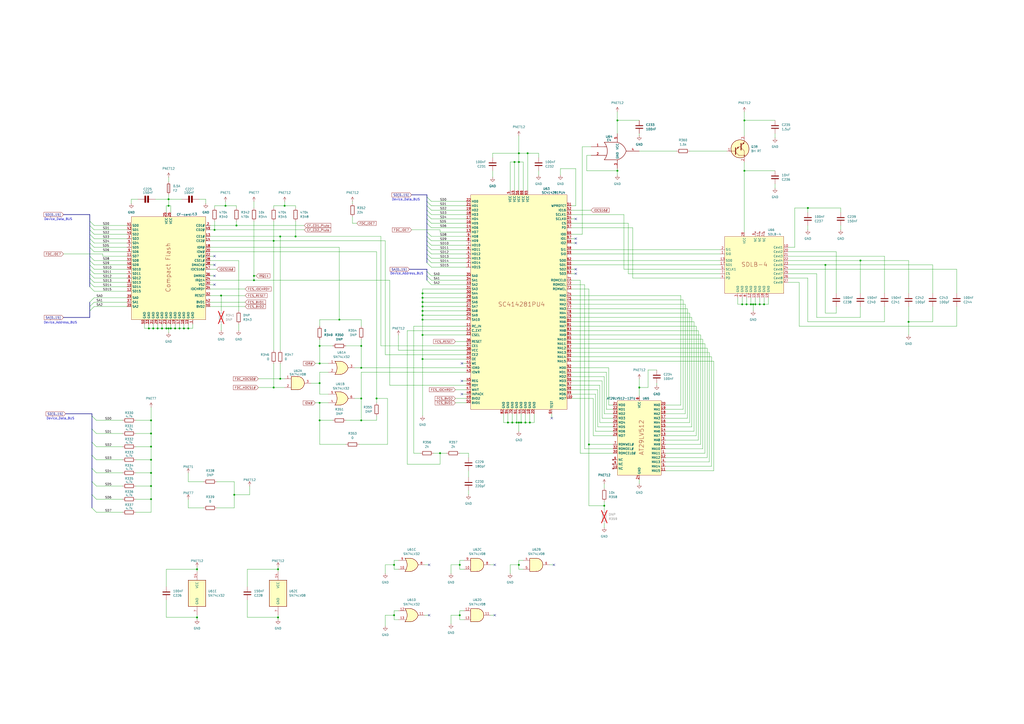
<source format=kicad_sch>
(kicad_sch (version 20250114) (generator "eeschema") (generator_version "9.0")
  (paper "A2")
  (title_block (title "PC110") (company "Recreated by: Ahmad Byagowi"))
  (text "Device_Data_BUS" (at 35.052 242.824 0) (effects (font (size 1.27 1.27))))
  (text "Device_Address_BUS" (at 235.966 158.75 0) (effects (font (size 1.27 1.27))))
  (text "Device_Data_BUS" (at 235.458 115.824 0) (effects (font (size 1.27 1.27))))
  (text "Device_Data_BUS" (at 33.782 127.254 0) (effects (font (size 1.27 1.27))))
  (text "Device_Address_BUS" (at 35.052 187.198 0) (effects (font (size 1.27 1.27))))
  (junction (at 114.3 358.14))
  (junction (at 297.18 245.11))
  (junction (at 97.79 190.5))
  (junction (at 185.42 222.25))
  (junction (at 87.63 266.7))
  (junction (at 135.89 287.02))
  (junction (at 304.8 245.11))
  (junction (at 294.64 245.11))
  (junction (at 298.45 93.98))
  (junction (at 306.07 88.9))
  (junction (at 245.11 182.88))
  (junction (at 87.63 251.46))
  (junction (at 147.32 160.02))
  (junction (at 161.29 330.2))
  (junction (at 97.79 115.57))
  (junction (at 185.42 233.68))
  (junction (at 158.75 224.79))
  (junction (at 228.6 356.87))
  (junction (at 245.11 172.72))
  (junction (at 185.42 210.82))
  (junction (at 91.44 190.5))
  (junction (at 106.68 190.5))
  (junction (at 468.63 120.65))
  (junction (at 436.88 176.53))
  (junction (at 87.63 289.56))
  (junction (at 255.27 262.89))
  (junction (at 443.23 176.53))
  (junction (at 114.3 330.2))
  (junction (at 130.81 119.38))
  (junction (at 161.29 358.14))
  (junction (at 245.11 175.26))
  (junction (at 440.69 176.53))
  (junction (at 245.11 177.8))
  (junction (at 104.14 190.5))
  (junction (at 86.36 190.5))
  (junction (at 147.32 162.56))
  (junction (at 245.11 208.28))
  (junction (at 299.72 245.11))
  (junction (at 209.55 200.66))
  (junction (at 300.99 245.11))
  (junction (at 300.99 88.9))
  (junction (at 124.46 133.35))
  (junction (at 478.79 153.67))
  (junction (at 435.61 176.53))
  (junction (at 165.1 119.38))
  (junction (at 99.06 190.5))
  (junction (at 185.42 243.84))
  (junction (at 266.7 327.66))
  (junction (at 228.6 327.66))
  (junction (at 101.6 190.5))
  (junction (at 431.8 69.85))
  (junction (at 438.15 176.53))
  (junction (at 307.34 245.11))
  (junction (at 370.84 224.79))
  (junction (at 431.8 99.06))
  (junction (at 430.53 176.53))
  (junction (at 97.79 119.38))
  (junction (at 185.42 200.66))
  (junction (at 162.56 219.71))
  (junction (at 88.9 190.5))
  (junction (at 245.11 194.31))
  (junction (at 341.63 257.81))
  (junction (at 158.75 139.7))
  (junction (at 266.7 356.87))
  (junction (at 93.98 190.5))
  (junction (at 245.11 170.18))
  (junction (at 87.63 259.08))
  (junction (at 162.56 137.16))
  (junction (at 196.85 185.42))
  (junction (at 245.11 180.34))
  (junction (at 300.99 93.98))
  (junction (at 96.52 190.5))
  (junction (at 209.55 243.84))
  (junction (at 109.22 190.5))
  (junction (at 300.99 327.66))
  (junction (at 245.11 185.42))
  (junction (at 302.26 245.11))
  (junction (at 137.16 130.81))
  (junction (at 218.44 231.14))
  (junction (at 209.55 213.36))
  (junction (at 87.63 274.32))
  (junction (at 87.63 243.84))
  (junction (at 358.14 99.06))
  (junction (at 499.11 151.13))
  (junction (at 87.63 281.94))
  (junction (at 358.14 69.85))
  (junction (at 527.05 186.69))
  (junction (at 171.45 137.16))
  (junction (at 433.07 176.53))
  (junction (at 209.55 231.14))
  (junction (at 128.27 171.45))
  (junction (at 350.52 293.37))
  (no_connect (at 321.31 327.66))
  (no_connect (at 248.92 356.87))
  (no_connect (at 124.46 165.1))
  (no_connect (at 267.97 210.82))
  (no_connect (at 334.01 140.97))
  (no_connect (at 124.46 160.02))
  (no_connect (at 320.04 242.57))
  (no_connect (at 287.02 327.66))
  (no_connect (at 124.46 148.59))
  (no_connect (at 287.02 356.87))
  (no_connect (at 248.92 327.66))
  (no_connect (at 334.01 127))
  (no_connect (at 334.01 158.75))
  (no_connect (at 334.01 138.43))
  (no_connect (at 334.01 156.21))
  (no_connect (at 124.46 153.67))
  (no_connect (at 267.97 220.98))
  (no_connect (at 267.97 228.6))
  (bus_entry (at 53.34 241.3) (size 2.54 2.54))
  (bus_entry (at 52.07 143.51) (size 2.54 2.54))
  (bus_entry (at 247.65 149.86) (size 2.54 2.54))
  (bus_entry (at 247.65 142.24) (size 2.54 2.54))
  (bus_entry (at 53.34 271.78) (size 2.54 2.54))
  (bus_entry (at 52.07 166.37) (size 2.54 2.54))
  (bus_entry (at 52.07 180.34) (size 2.54 -2.54))
  (bus_entry (at 52.07 175.26) (size 2.54 -2.54))
  (bus_entry (at 247.65 134.62) (size 2.54 2.54))
  (bus_entry (at 52.07 153.67) (size 2.54 2.54))
  (bus_entry (at 52.07 138.43) (size 2.54 2.54))
  (bus_entry (at 247.65 114.3) (size 2.54 2.54))
  (bus_entry (at 52.07 163.83) (size 2.54 2.54))
  (bus_entry (at 247.65 144.78) (size 2.54 2.54))
  (bus_entry (at 53.34 279.4) (size 2.54 2.54))
  (bus_entry (at 247.65 160.02) (size 2.54 2.54))
  (bus_entry (at 247.65 162.56) (size 2.54 2.54))
  (bus_entry (at 52.07 177.8) (size 2.54 -2.54))
  (bus_entry (at 247.65 129.54) (size 2.54 2.54))
  (bus_entry (at 52.07 158.75) (size 2.54 2.54))
  (bus_entry (at 247.65 157.48) (size 2.54 2.54))
  (bus_entry (at 52.07 156.21) (size 2.54 2.54))
  (bus_entry (at 53.34 256.54) (size 2.54 2.54))
  (bus_entry (at 247.65 124.46) (size 2.54 2.54))
  (bus_entry (at 52.07 130.81) (size 2.54 2.54))
  (bus_entry (at 247.65 121.92) (size 2.54 2.54))
  (bus_entry (at 53.34 264.16) (size 2.54 2.54))
  (bus_entry (at 52.07 140.97) (size 2.54 2.54))
  (bus_entry (at 247.65 137.16) (size 2.54 2.54))
  (bus_entry (at 53.34 287.02) (size 2.54 2.54))
  (bus_entry (at 247.65 147.32) (size 2.54 2.54))
  (bus_entry (at 52.07 151.13) (size 2.54 2.54))
  (bus_entry (at 247.65 127) (size 2.54 2.54))
  (bus_entry (at 52.07 161.29) (size 2.54 2.54))
  (bus_entry (at 52.07 133.35) (size 2.54 2.54))
  (bus_entry (at 53.34 248.92) (size 2.54 2.54))
  (bus_entry (at 52.07 128.27) (size 2.54 2.54))
  (bus_entry (at 247.65 119.38) (size 2.54 2.54))
  (bus_entry (at 247.65 152.4) (size 2.54 2.54))
  (bus_entry (at 247.65 116.84) (size 2.54 2.54))
  (bus_entry (at 52.07 148.59) (size 2.54 2.54))
  (bus_entry (at 52.07 135.89) (size 2.54 2.54))
  (bus_entry (at 53.34 294.64) (size 2.54 2.54))
  (bus_entry (at 247.65 139.7) (size 2.54 2.54))
  (wire (pts (xy 438.15 176.53) (xy 440.69 176.53)))
  (wire (pts (xy 541.02 177.8) (xy 541.02 186.69)))
  (wire (pts (xy 346.71 247.65) (xy 346.71 226.06)))
  (wire (pts (xy 54.61 163.83) (xy 73.66 163.83)))
  (wire (pts (xy 302.26 245.11) (xy 304.8 245.11)))
  (wire (pts (xy 300.99 93.98) (xy 298.45 93.98)))
  (wire (pts (xy 162.56 210.82) (xy 162.56 219.71)))
  (wire (pts (xy 292.1 240.03) (xy 292.1 245.11)))
  (wire (pts (xy 185.42 185.42) (xy 196.85 185.42)))
  (wire (pts (xy 302.26 240.03) (xy 302.26 245.11)))
  (wire (pts (xy 361.95 124.46) (xy 361.95 156.21)))
  (bus (pts (xy 247.65 147.32) (xy 247.65 149.86)))
  (wire (pts (xy 54.61 161.29) (xy 73.66 161.29)))
  (wire (pts (xy 299.72 240.03) (xy 299.72 245.11)))
  (wire (pts (xy 350.52 240.03) (xy 350.52 218.44)))
  (bus (pts (xy 52.07 138.43) (xy 52.07 140.97)))
  (wire (pts (xy 405.13 191.77) (xy 405.13 255.27)))
  (wire (pts (xy 331.47 144.78) (xy 417.83 144.78)))
  (wire (pts (xy 473.71 158.75) (xy 473.71 184.15)))
  (wire (pts (xy 78.74 289.56) (xy 87.63 289.56)))
  (wire (pts (xy 124.46 120.65) (xy 124.46 119.38)))
  (wire (pts (xy 541.02 153.67) (xy 541.02 170.18)))
  (wire (pts (xy 99.06 119.38) (xy 99.06 123.19)))
  (wire (pts (xy 331.47 119.38) (xy 334.01 119.38)))
  (wire (pts (xy 250.19 142.24) (xy 270.51 142.24)))
  (wire (pts (xy 306.07 88.9) (xy 306.07 110.49)))
  (wire (pts (xy 119.38 115.57) (xy 115.57 115.57)))
  (wire (pts (xy 270.51 223.52) (xy 226.06 223.52)))
  (bus (pts (xy 238.76 113.03) (xy 247.65 113.03)))
  (wire (pts (xy 364.49 158.75) (xy 417.83 158.75)))
  (wire (pts (xy 96.52 358.14) (xy 114.3 358.14)))
  (bus (pts (xy 52.07 163.83) (xy 52.07 166.37)))
  (wire (pts (xy 331.47 147.32) (xy 417.83 147.32)))
  (wire (pts (xy 406.4 257.81) (xy 406.4 194.31)))
  (wire (pts (xy 312.42 88.9) (xy 312.42 91.44)))
  (wire (pts (xy 228.6 356.87) (xy 228.6 354.33)))
  (wire (pts (xy 224.79 231.14) (xy 218.44 231.14)))
  (wire (pts (xy 266.7 330.2) (xy 266.7 327.66)))
  (wire (pts (xy 457.2 143.51) (xy 461.01 143.51)))
  (wire (pts (xy 54.61 133.35) (xy 73.66 133.35)))
  (wire (pts (xy 250.19 144.78) (xy 270.51 144.78)))
  (wire (pts (xy 245.11 170.18) (xy 270.51 170.18)))
  (wire (pts (xy 336.55 162.56) (xy 331.47 162.56)))
  (wire (pts (xy 114.3 330.2) (xy 114.3 331.47)))
  (wire (pts (xy 73.66 148.59) (xy 59.69 148.59)))
  (wire (pts (xy 300.99 245.11) (xy 302.26 245.11)))
  (wire (pts (xy 87.63 236.22) (xy 87.63 243.84)))
  (wire (pts (xy 185.42 215.9) (xy 190.5 215.9)))
  (wire (pts (xy 270.51 189.23) (xy 240.03 189.23)))
  (wire (pts (xy 93.98 187.96) (xy 93.98 190.5)))
  (bus (pts (xy 247.65 119.38) (xy 247.65 121.92)))
  (wire (pts (xy 54.61 172.72) (xy 73.66 172.72)))
  (wire (pts (xy 135.89 287.02) (xy 135.89 294.64)))
  (wire (pts (xy 250.19 132.08) (xy 270.51 132.08)))
  (wire (pts (xy 414.02 209.55) (xy 331.47 209.55)))
  (wire (pts (xy 355.6 262.89) (xy 336.55 262.89)))
  (wire (pts (xy 185.42 200.66) (xy 185.42 210.82)))
  (bus (pts (xy 247.65 160.02) (xy 247.65 157.48)))
  (wire (pts (xy 171.45 128.27) (xy 171.45 137.16)))
  (bus (pts (xy 247.65 144.78) (xy 247.65 147.32)))
  (wire (pts (xy 271.78 265.43) (xy 271.78 262.89)))
  (wire (pts (xy 294.64 245.11) (xy 297.18 245.11)))
  (wire (pts (xy 245.11 175.26) (xy 270.51 175.26)))
  (wire (pts (xy 331.47 176.53) (xy 397.51 176.53)))
  (wire (pts (xy 91.44 190.5) (xy 93.98 190.5)))
  (bus (pts (xy 247.65 137.16) (xy 247.65 139.7)))
  (wire (pts (xy 55.88 259.08) (xy 71.12 259.08)))
  (wire (pts (xy 331.47 151.13) (xy 417.83 151.13)))
  (wire (pts (xy 104.14 187.96) (xy 104.14 190.5)))
  (wire (pts (xy 436.88 176.53) (xy 438.15 176.53)))
  (wire (pts (xy 331.47 156.21) (xy 334.01 156.21)))
  (bus (pts (xy 38.1 240.03) (xy 53.34 240.03)))
  (wire (pts (xy 300.99 88.9) (xy 306.07 88.9)))
  (bus (pts (xy 247.65 162.56) (xy 247.65 160.02)))
  (wire (pts (xy 55.88 289.56) (xy 71.12 289.56)))
  (wire (pts (xy 55.88 243.84) (xy 71.12 243.84)))
  (wire (pts (xy 331.47 218.44) (xy 350.52 218.44)))
  (wire (pts (xy 331.47 226.06) (xy 346.71 226.06)))
  (wire (pts (xy 457.2 158.75) (xy 473.71 158.75)))
  (wire (pts (xy 331.47 201.93) (xy 410.21 201.93)))
  (wire (pts (xy 245.11 167.64) (xy 245.11 170.18)))
  (wire (pts (xy 431.8 99.06) (xy 431.8 134.62)))
  (wire (pts (xy 228.6 327.66) (xy 228.6 325.12)))
  (wire (pts (xy 158.75 139.7) (xy 223.52 139.7)))
  (wire (pts (xy 231.14 359.41) (xy 228.6 359.41)))
  (wire (pts (xy 99.06 187.96) (xy 99.06 190.5)))
  (bus (pts (xy 53.34 248.92) (xy 53.34 256.54)))
  (wire (pts (xy 398.78 179.07) (xy 398.78 242.57)))
  (wire (pts (xy 331.47 220.98) (xy 349.25 220.98)))
  (wire (pts (xy 193.04 243.84) (xy 185.42 243.84)))
  (wire (pts (xy 331.47 158.75) (xy 334.01 158.75)))
  (wire (pts (xy 165.1 119.38) (xy 158.75 119.38)))
  (wire (pts (xy 245.11 177.8) (xy 245.11 180.34)))
  (wire (pts (xy 93.98 190.5) (xy 96.52 190.5)))
  (wire (pts (xy 300.99 78.74) (xy 300.99 88.9)))
  (wire (pts (xy 270.51 205.74) (xy 223.52 205.74)))
  (wire (pts (xy 158.75 119.38) (xy 158.75 120.65)))
  (bus (pts (xy 52.07 158.75) (xy 52.07 161.29)))
  (wire (pts (xy 101.6 187.96) (xy 101.6 190.5)))
  (bus (pts (xy 52.07 124.46) (xy 52.07 128.27)))
  (bus (pts (xy 247.65 149.86) (xy 247.65 152.4)))
  (wire (pts (xy 97.79 113.03) (xy 97.79 115.57)))
  (wire (pts (xy 135.89 294.64) (xy 125.73 294.64)))
  (wire (pts (xy 209.55 215.9) (xy 270.51 215.9)))
  (wire (pts (xy 370.84 87.63) (xy 392.43 87.63)))
  (wire (pts (xy 285.75 88.9) (xy 300.99 88.9)))
  (wire (pts (xy 220.98 200.66) (xy 220.98 137.16)))
  (wire (pts (xy 121.92 175.26) (xy 142.24 175.26)))
  (wire (pts (xy 143.51 347.98) (xy 143.51 358.14)))
  (wire (pts (xy 355.6 260.35) (xy 339.09 260.35)))
  (wire (pts (xy 165.1 116.84) (xy 165.1 119.38)))
  (wire (pts (xy 91.44 187.96) (xy 91.44 190.5)))
  (bus (pts (xy 52.07 135.89) (xy 52.07 138.43)))
  (wire (pts (xy 162.56 137.16) (xy 162.56 203.2)))
  (wire (pts (xy 297.18 245.11) (xy 299.72 245.11)))
  (wire (pts (xy 269.24 359.41) (xy 266.7 359.41)))
  (wire (pts (xy 297.18 240.03) (xy 297.18 245.11)))
  (wire (pts (xy 361.95 156.21) (xy 417.83 156.21)))
  (wire (pts (xy 97.79 115.57) (xy 97.79 119.38)))
  (wire (pts (xy 487.68 120.65) (xy 487.68 123.19)))
  (wire (pts (xy 397.51 176.53) (xy 397.51 240.03)))
  (wire (pts (xy 59.69 147.32) (xy 36.83 147.32)))
  (wire (pts (xy 340.36 90.17) (xy 340.36 99.06)))
  (wire (pts (xy 370.84 219.71) (xy 370.84 224.79)))
  (wire (pts (xy 250.19 137.16) (xy 270.51 137.16)))
  (wire (pts (xy 190.5 228.6) (xy 185.42 228.6)))
  (wire (pts (xy 87.63 274.32) (xy 87.63 281.94)))
  (wire (pts (xy 204.47 129.54) (xy 207.01 129.54)))
  (bus (pts (xy 52.07 133.35) (xy 52.07 135.89)))
  (wire (pts (xy 121.92 143.51) (xy 196.85 143.51)))
  (wire (pts (xy 443.23 176.53) (xy 445.77 176.53)))
  (bus (pts (xy 52.07 130.81) (xy 52.07 133.35)))
  (wire (pts (xy 238.76 133.35) (xy 255.27 133.35)))
  (wire (pts (xy 440.69 176.53) (xy 443.23 176.53)))
  (wire (pts (xy 331.47 173.99) (xy 396.24 173.99)))
  (wire (pts (xy 121.92 137.16) (xy 162.56 137.16)))
  (wire (pts (xy 370.84 224.79) (xy 370.84 229.87)))
  (wire (pts (xy 55.88 281.94) (xy 71.12 281.94)))
  (wire (pts (xy 300.99 93.98) (xy 300.99 110.49)))
  (wire (pts (xy 266.7 356.87) (xy 266.7 354.33)))
  (wire (pts (xy 208.28 257.81) (xy 224.79 257.81)))
  (wire (pts (xy 121.92 167.64) (xy 142.24 167.64)))
  (wire (pts (xy 165.1 119.38) (xy 171.45 119.38)))
  (wire (pts (xy 223.52 332.74) (xy 223.52 327.66)))
  (wire (pts (xy 200.66 243.84) (xy 209.55 243.84)))
  (wire (pts (xy 54.61 168.91) (xy 73.66 168.91)))
  (wire (pts (xy 218.44 241.3) (xy 218.44 243.84)))
  (wire (pts (xy 220.98 137.16) (xy 171.45 137.16)))
  (wire (pts (xy 303.53 93.98) (xy 300.99 93.98)))
  (wire (pts (xy 349.25 242.57) (xy 349.25 220.98)))
  (wire (pts (xy 228.6 359.41) (xy 228.6 356.87)))
  (wire (pts (xy 55.88 297.18) (xy 71.12 297.18)))
  (wire (pts (xy 331.47 191.77) (xy 405.13 191.77)))
  (wire (pts (xy 401.32 247.65) (xy 401.32 184.15)))
  (wire (pts (xy 162.56 137.16) (xy 171.45 137.16)))
  (wire (pts (xy 121.92 133.35) (xy 124.46 133.35)))
  (wire (pts (xy 341.63 167.64) (xy 331.47 167.64)))
  (wire (pts (xy 54.61 130.81) (xy 73.66 130.81)))
  (wire (pts (xy 331.47 207.01) (xy 412.75 207.01)))
  (wire (pts (xy 478.79 153.67) (xy 478.79 181.61)))
  (bus (pts (xy 52.07 151.13) (xy 52.07 153.67)))
  (bus (pts (xy 52.07 153.67) (xy 52.07 156.21)))
  (wire (pts (xy 245.11 185.42) (xy 245.11 194.31)))
  (wire (pts (xy 400.05 245.11) (xy 386.08 245.11)))
  (wire (pts (xy 255.27 134.62) (xy 270.51 134.62)))
  (wire (pts (xy 468.63 120.65) (xy 487.68 120.65)))
  (wire (pts (xy 78.74 259.08) (xy 87.63 259.08)))
  (wire (pts (xy 54.61 158.75) (xy 73.66 158.75)))
  (wire (pts (xy 99.06 190.5) (xy 101.6 190.5)))
  (wire (pts (xy 250.19 139.7) (xy 270.51 139.7)))
  (wire (pts (xy 300.99 88.9) (xy 300.99 93.98)))
  (wire (pts (xy 78.74 274.32) (xy 87.63 274.32)))
  (wire (pts (xy 358.14 97.79) (xy 358.14 99.06)))
  (wire (pts (xy 182.88 233.68) (xy 185.42 233.68)))
  (wire (pts (xy 440.69 172.72) (xy 440.69 176.53)))
  (wire (pts (xy 350.52 293.37) (xy 350.52 295.91)))
  (wire (pts (xy 394.97 171.45) (xy 394.97 234.95)))
  (wire (pts (xy 364.49 129.54) (xy 364.49 158.75)))
  (wire (pts (xy 264.16 226.06) (xy 270.51 226.06)))
  (wire (pts (xy 461.01 143.51) (xy 461.01 120.65)))
  (wire (pts (xy 246.38 356.87) (xy 248.92 356.87)))
  (wire (pts (xy 205.74 213.36) (xy 209.55 213.36)))
  (wire (pts (xy 358.14 99.06) (xy 358.14 101.6)))
  (wire (pts (xy 54.61 146.05) (xy 73.66 146.05)))
  (wire (pts (xy 478.79 153.67) (xy 541.02 153.67)))
  (wire (pts (xy 109.22 279.4) (xy 109.22 274.32)))
  (wire (pts (xy 223.52 205.74) (xy 223.52 139.7)))
  (wire (pts (xy 468.63 130.81) (xy 468.63 133.35)))
  (wire (pts (xy 421.64 87.63) (xy 400.05 87.63)))
  (wire (pts (xy 250.19 165.1) (xy 270.51 165.1)))
  (wire (pts (xy 137.16 130.81) (xy 176.53 130.81)))
  (wire (pts (xy 171.45 120.65) (xy 171.45 119.38)))
  (bus (pts (xy 53.34 256.54) (xy 53.34 264.16)))
  (wire (pts (xy 250.19 116.84) (xy 270.51 116.84)))
  (wire (pts (xy 299.72 245.11) (xy 300.99 245.11)))
  (wire (pts (xy 270.51 191.77) (xy 236.22 191.77)))
  (wire (pts (xy 402.59 186.69) (xy 402.59 250.19)))
  (wire (pts (xy 303.53 110.49) (xy 303.53 93.98)))
  (wire (pts (xy 97.79 190.5) (xy 97.79 193.04)))
  (wire (pts (xy 55.88 251.46) (xy 71.12 251.46)))
  (bus (pts (xy 52.07 140.97) (xy 52.07 143.51)))
  (wire (pts (xy 386.08 267.97) (xy 411.48 267.97)))
  (wire (pts (xy 245.11 170.18) (xy 245.11 172.72)))
  (wire (pts (xy 193.04 200.66) (xy 185.42 200.66)))
  (wire (pts (xy 331.47 213.36) (xy 353.06 213.36)))
  (wire (pts (xy 266.7 325.12) (xy 269.24 325.12)))
  (wire (pts (xy 228.6 330.2) (xy 228.6 327.66)))
  (wire (pts (xy 266.7 354.33) (xy 269.24 354.33)))
  (wire (pts (xy 128.27 187.96) (xy 128.27 191.77)))
  (wire (pts (xy 355.6 237.49) (xy 351.79 237.49)))
  (wire (pts (xy 381 223.52) (xy 381 222.25)))
  (wire (pts (xy 269.24 330.2) (xy 266.7 330.2)))
  (bus (pts (xy 247.65 113.03) (xy 247.65 114.3)))
  (wire (pts (xy 527.05 186.69) (xy 527.05 194.31)))
  (wire (pts (xy 307.34 240.03) (xy 307.34 245.11)))
  (wire (pts (xy 96.52 187.96) (xy 96.52 190.5)))
  (wire (pts (xy 130.81 116.84) (xy 130.81 119.38)))
  (wire (pts (xy 443.23 172.72) (xy 443.23 176.53)))
  (wire (pts (xy 204.47 125.73) (xy 204.47 129.54)))
  (wire (pts (xy 138.43 151.13) (xy 138.43 180.34)))
  (wire (pts (xy 118.11 279.4) (xy 109.22 279.4)))
  (wire (pts (xy 271.78 287.02) (xy 271.78 284.48)))
  (wire (pts (xy 334.01 97.79) (xy 325.12 97.79)))
  (bus (pts (xy 52.07 180.34) (xy 52.07 184.15)))
  (wire (pts (xy 114.3 359.41) (xy 114.3 358.14)))
  (wire (pts (xy 83.82 190.5) (xy 86.36 190.5)))
  (wire (pts (xy 231.14 194.31) (xy 231.14 203.2)))
  (wire (pts (xy 331.47 129.54) (xy 364.49 129.54)))
  (wire (pts (xy 370.84 78.74) (xy 370.84 77.47)))
  (wire (pts (xy 209.55 213.36) (xy 270.51 213.36)))
  (wire (pts (xy 468.63 186.69) (xy 513.08 186.69)))
  (wire (pts (xy 457.2 156.21) (xy 554.99 156.21)))
  (wire (pts (xy 114.3 328.93) (xy 114.3 330.2)))
  (wire (pts (xy 86.36 187.96) (xy 86.36 190.5)))
  (wire (pts (xy 143.51 330.2) (xy 161.29 330.2)))
  (wire (pts (xy 292.1 245.11) (xy 294.64 245.11)))
  (wire (pts (xy 386.08 247.65) (xy 401.32 247.65)))
  (wire (pts (xy 96.52 123.19) (xy 96.52 119.38)))
  (wire (pts (xy 128.27 171.45) (xy 128.27 180.34)))
  (wire (pts (xy 121.92 146.05) (xy 218.44 146.05)))
  (wire (pts (xy 223.52 363.22) (xy 223.52 356.87)))
  (wire (pts (xy 295.91 93.98) (xy 295.91 110.49)))
  (wire (pts (xy 285.75 91.44) (xy 285.75 88.9)))
  (wire (pts (xy 185.42 196.85) (xy 185.42 200.66)))
  (wire (pts (xy 144.78 287.02) (xy 135.89 287.02)))
  (wire (pts (xy 370.84 280.67) (xy 370.84 278.13)))
  (wire (pts (xy 401.32 184.15) (xy 331.47 184.15)))
  (wire (pts (xy 209.55 185.42) (xy 209.55 189.23)))
  (wire (pts (xy 355.6 245.11) (xy 347.98 245.11)))
  (wire (pts (xy 96.52 340.36) (xy 96.52 330.2)))
  (wire (pts (xy 345.44 250.19) (xy 345.44 228.6)))
  (wire (pts (xy 124.46 119.38) (xy 130.81 119.38)))
  (wire (pts (xy 270.51 167.64) (xy 245.11 167.64)))
  (wire (pts (xy 350.52 290.83) (xy 350.52 293.37)))
  (wire (pts (xy 478.79 181.61) (xy 485.14 181.61)))
  (wire (pts (xy 402.59 250.19) (xy 386.08 250.19)))
  (wire (pts (xy 457.2 151.13) (xy 499.11 151.13)))
  (wire (pts (xy 457.2 148.59) (xy 513.08 148.59)))
  (wire (pts (xy 261.62 361.95) (xy 261.62 356.87)))
  (wire (pts (xy 412.75 270.51) (xy 386.08 270.51)))
  (wire (pts (xy 78.74 281.94) (xy 87.63 281.94)))
  (wire (pts (xy 96.52 190.5) (xy 97.79 190.5)))
  (wire (pts (xy 300.99 330.2) (xy 300.99 327.66)))
  (wire (pts (xy 406.4 194.31) (xy 331.47 194.31)))
  (wire (pts (xy 80.01 115.57) (xy 76.2 115.57)))
  (wire (pts (xy 119.38 118.11) (xy 119.38 115.57)))
  (wire (pts (xy 97.79 119.38) (xy 99.06 119.38)))
  (wire (pts (xy 337.82 85.09) (xy 342.9 85.09)))
  (wire (pts (xy 54.61 156.21) (xy 73.66 156.21)))
  (wire (pts (xy 350.52 293.37) (xy 341.63 293.37)))
  (wire (pts (xy 121.92 162.56) (xy 147.32 162.56)))
  (wire (pts (xy 218.44 231.14) (xy 218.44 233.68)))
  (wire (pts (xy 121.92 156.21) (xy 125.73 156.21)))
  (wire (pts (xy 304.8 245.11) (xy 307.34 245.11)))
  (wire (pts (xy 209.55 196.85) (xy 209.55 200.66)))
  (wire (pts (xy 264.16 233.68) (xy 270.51 233.68)))
  (wire (pts (xy 339.09 165.1) (xy 331.47 165.1)))
  (wire (pts (xy 185.42 228.6) (xy 185.42 222.25)))
  (wire (pts (xy 88.9 190.5) (xy 91.44 190.5)))
  (wire (pts (xy 245.11 180.34) (xy 270.51 180.34)))
  (wire (pts (xy 267.97 210.82) (xy 270.51 210.82)))
  (bus (pts (xy 247.65 129.54) (xy 247.65 134.62)))
  (bus (pts (xy 52.07 175.26) (xy 52.07 177.8)))
  (bus (pts (xy 36.83 184.15) (xy 52.07 184.15)))
  (wire (pts (xy 295.91 332.74) (xy 295.91 327.66)))
  (bus (pts (xy 247.65 114.3) (xy 247.65 116.84)))
  (wire (pts (xy 250.19 149.86) (xy 270.51 149.86)))
  (wire (pts (xy 331.47 181.61) (xy 400.05 181.61)))
  (wire (pts (xy 367.03 132.08) (xy 367.03 161.29)))
  (bus (pts (xy 247.65 127) (xy 247.65 129.54)))
  (wire (pts (xy 161.29 330.2) (xy 161.29 331.47)))
  (wire (pts (xy 270.51 203.2) (xy 231.14 203.2)))
  (wire (pts (xy 300.99 327.66) (xy 300.99 325.12)))
  (wire (pts (xy 245.11 180.34) (xy 245.11 182.88)))
  (wire (pts (xy 396.24 237.49) (xy 386.08 237.49)))
  (wire (pts (xy 331.47 186.69) (xy 402.59 186.69)))
  (wire (pts (xy 125.73 279.4) (xy 135.89 279.4)))
  (wire (pts (xy 554.99 156.21) (xy 554.99 170.18)))
  (wire (pts (xy 331.47 135.89) (xy 337.82 135.89)))
  (wire (pts (xy 295.91 327.66) (xy 300.99 327.66)))
  (wire (pts (xy 344.17 231.14) (xy 331.47 231.14)))
  (wire (pts (xy 303.53 330.2) (xy 300.99 330.2)))
  (wire (pts (xy 513.08 186.69) (xy 513.08 177.8)))
  (wire (pts (xy 527.05 151.13) (xy 527.05 170.18)))
  (wire (pts (xy 185.42 257.81) (xy 185.42 243.84)))
  (wire (pts (xy 358.14 69.85) (xy 370.84 69.85)))
  (wire (pts (xy 340.36 99.06) (xy 358.14 99.06)))
  (bus (pts (xy 53.34 271.78) (xy 53.34 279.4)))
  (wire (pts (xy 83.82 187.96) (xy 83.82 190.5)))
  (wire (pts (xy 306.07 88.9) (xy 312.42 88.9)))
  (wire (pts (xy 463.55 163.83) (xy 463.55 189.23)))
  (wire (pts (xy 196.85 185.42) (xy 209.55 185.42)))
  (wire (pts (xy 106.68 190.5) (xy 104.14 190.5)))
  (wire (pts (xy 264.16 231.14) (xy 270.51 231.14)))
  (wire (pts (xy 386.08 257.81) (xy 406.4 257.81)))
  (wire (pts (xy 435.61 176.53) (xy 436.88 176.53)))
  (wire (pts (xy 78.74 266.7) (xy 87.63 266.7)))
  (wire (pts (xy 427.99 172.72) (xy 427.99 176.53)))
  (wire (pts (xy 76.2 115.57) (xy 76.2 118.11)))
  (wire (pts (xy 161.29 359.41) (xy 161.29 358.14)))
  (wire (pts (xy 118.11 294.64) (xy 109.22 294.64)))
  (wire (pts (xy 143.51 358.14) (xy 161.29 358.14)))
  (wire (pts (xy 331.47 138.43) (xy 334.01 138.43)))
  (wire (pts (xy 250.19 121.92) (xy 270.51 121.92)))
  (wire (pts (xy 96.52 347.98) (xy 96.52 358.14)))
  (wire (pts (xy 250.19 129.54) (xy 270.51 129.54)))
  (wire (pts (xy 87.63 259.08) (xy 87.63 266.7)))
  (wire (pts (xy 250.19 162.56) (xy 270.51 162.56)))
  (bus (pts (xy 52.07 156.21) (xy 52.07 158.75)))
  (wire (pts (xy 111.76 190.5) (xy 109.22 190.5)))
  (wire (pts (xy 137.16 119.38) (xy 137.16 120.65)))
  (wire (pts (xy 86.36 190.5) (xy 88.9 190.5)))
  (wire (pts (xy 106.68 187.96) (xy 106.68 190.5)))
  (bus (pts (xy 52.07 161.29) (xy 52.07 163.83)))
  (wire (pts (xy 367.03 161.29) (xy 417.83 161.29)))
  (wire (pts (xy 121.92 177.8) (xy 142.24 177.8)))
  (wire (pts (xy 270.51 200.66) (xy 220.98 200.66)))
  (wire (pts (xy 96.52 119.38) (xy 97.79 119.38)))
  (wire (pts (xy 109.22 294.64) (xy 109.22 289.56)))
  (wire (pts (xy 411.48 267.97) (xy 411.48 204.47)))
  (wire (pts (xy 87.63 281.94) (xy 87.63 289.56)))
  (wire (pts (xy 261.62 327.66) (xy 266.7 327.66)))
  (wire (pts (xy 200.66 257.81) (xy 185.42 257.81)))
  (bus (pts (xy 53.34 279.4) (xy 53.34 287.02)))
  (wire (pts (xy 457.2 161.29) (xy 468.63 161.29)))
  (wire (pts (xy 513.08 148.59) (xy 513.08 170.18)))
  (wire (pts (xy 355.6 240.03) (xy 350.52 240.03)))
  (wire (pts (xy 185.42 189.23) (xy 185.42 185.42)))
  (wire (pts (xy 121.92 148.59) (xy 124.46 148.59)))
  (wire (pts (xy 267.97 228.6) (xy 270.51 228.6)))
  (wire (pts (xy 381 214.63) (xy 375.92 214.63)))
  (wire (pts (xy 336.55 262.89) (xy 336.55 162.56)))
  (wire (pts (xy 414.02 273.05) (xy 414.02 209.55)))
  (wire (pts (xy 90.17 115.57) (xy 97.79 115.57)))
  (wire (pts (xy 54.61 153.67) (xy 73.66 153.67)))
  (wire (pts (xy 245.11 185.42) (xy 270.51 185.42)))
  (wire (pts (xy 331.47 215.9) (xy 351.79 215.9)))
  (wire (pts (xy 147.32 160.02) (xy 148.59 160.02)))
  (wire (pts (xy 158.75 224.79) (xy 165.1 224.79)))
  (wire (pts (xy 334.01 119.38) (xy 334.01 97.79)))
  (wire (pts (xy 449.58 77.47) (xy 449.58 80.01)))
  (wire (pts (xy 261.62 356.87) (xy 266.7 356.87)))
  (wire (pts (xy 78.74 251.46) (xy 87.63 251.46)))
  (wire (pts (xy 468.63 120.65) (xy 468.63 123.19)))
  (wire (pts (xy 331.47 140.97) (xy 334.01 140.97)))
  (bus (pts (xy 53.34 240.03) (xy 53.34 241.3)))
  (wire (pts (xy 266.7 327.66) (xy 266.7 325.12)))
  (wire (pts (xy 205.74 231.14) (xy 209.55 231.14)))
  (wire (pts (xy 121.92 171.45) (xy 128.27 171.45)))
  (wire (pts (xy 431.8 93.98) (xy 431.8 99.06)))
  (wire (pts (xy 218.44 243.84) (xy 209.55 243.84)))
  (wire (pts (xy 236.22 191.77) (xy 236.22 269.24)))
  (wire (pts (xy 55.88 266.7) (xy 71.12 266.7)))
  (wire (pts (xy 412.75 207.01) (xy 412.75 270.51)))
  (wire (pts (xy 427.99 176.53) (xy 430.53 176.53)))
  (wire (pts (xy 527.05 177.8) (xy 527.05 186.69)))
  (wire (pts (xy 433.07 176.53) (xy 435.61 176.53)))
  (wire (pts (xy 96.52 330.2) (xy 114.3 330.2)))
  (wire (pts (xy 246.38 327.66) (xy 248.92 327.66)))
  (wire (pts (xy 54.61 166.37) (xy 73.66 166.37)))
  (wire (pts (xy 337.82 85.09) (xy 337.82 135.89)))
  (wire (pts (xy 331.47 121.92) (xy 342.9 121.92)))
  (wire (pts (xy 109.22 187.96) (xy 109.22 190.5)))
  (wire (pts (xy 285.75 99.06) (xy 285.75 102.87)))
  (bus (pts (xy 247.65 121.92) (xy 247.65 124.46)))
  (wire (pts (xy 473.71 184.15) (xy 499.11 184.15)))
  (wire (pts (xy 358.14 64.77) (xy 358.14 69.85)))
  (wire (pts (xy 487.68 130.81) (xy 487.68 133.35)))
  (wire (pts (xy 499.11 184.15) (xy 499.11 177.8)))
  (wire (pts (xy 185.42 233.68) (xy 190.5 233.68)))
  (wire (pts (xy 331.47 153.67) (xy 417.83 153.67)))
  (wire (pts (xy 298.45 93.98) (xy 295.91 93.98)))
  (bus (pts (xy 53.34 264.16) (xy 53.34 271.78)))
  (wire (pts (xy 161.29 328.93) (xy 161.29 330.2)))
  (wire (pts (xy 245.11 172.72) (xy 245.11 175.26)))
  (wire (pts (xy 180.34 222.25) (xy 185.42 222.25)))
  (wire (pts (xy 245.11 208.28) (xy 245.11 241.3)))
  (wire (pts (xy 228.6 354.33) (xy 231.14 354.33)))
  (wire (pts (xy 250.19 127) (xy 270.51 127)))
  (wire (pts (xy 351.79 237.49) (xy 351.79 215.9)))
  (wire (pts (xy 331.47 171.45) (xy 394.97 171.45)))
  (wire (pts (xy 121.92 130.81) (xy 137.16 130.81)))
  (wire (pts (xy 54.61 175.26) (xy 73.66 175.26)))
  (wire (pts (xy 87.63 289.56) (xy 87.63 297.18)))
  (wire (pts (xy 431.8 69.85) (xy 431.8 78.74)))
  (wire (pts (xy 331.47 196.85) (xy 407.67 196.85)))
  (wire (pts (xy 78.74 243.84) (xy 87.63 243.84)))
  (wire (pts (xy 353.06 234.95) (xy 353.06 213.36)))
  (wire (pts (xy 294.64 240.03) (xy 294.64 245.11)))
  (wire (pts (xy 54.61 143.51) (xy 73.66 143.51)))
  (wire (pts (xy 386.08 252.73) (xy 403.86 252.73)))
  (wire (pts (xy 209.55 231.14) (xy 209.55 215.9)))
  (wire (pts (xy 185.42 243.84) (xy 185.42 233.68)))
  (wire (pts (xy 304.8 240.03) (xy 304.8 245.11)))
  (wire (pts (xy 350.52 280.67) (xy 350.52 283.21)))
  (wire (pts (xy 298.45 93.98) (xy 298.45 110.49)))
  (wire (pts (xy 144.78 281.94) (xy 144.78 287.02)))
  (wire (pts (xy 267.97 220.98) (xy 270.51 220.98)))
  (wire (pts (xy 121.92 151.13) (xy 138.43 151.13)))
  (wire (pts (xy 461.01 120.65) (xy 468.63 120.65)))
  (wire (pts (xy 331.47 132.08) (xy 367.03 132.08)))
  (wire (pts (xy 87.63 266.7) (xy 87.63 274.32)))
  (bus (pts (xy 53.34 241.3) (xy 53.34 248.92)))
  (wire (pts (xy 130.81 119.38) (xy 137.16 119.38)))
  (wire (pts (xy 259.08 262.89) (xy 255.27 262.89)))
  (wire (pts (xy 284.48 327.66) (xy 287.02 327.66)))
  (wire (pts (xy 386.08 262.89) (xy 408.94 262.89)))
  (wire (pts (xy 331.47 223.52) (xy 347.98 223.52)))
  (wire (pts (xy 397.51 240.03) (xy 386.08 240.03)))
  (wire (pts (xy 449.58 109.22) (xy 449.58 106.68)))
  (wire (pts (xy 158.75 128.27) (xy 158.75 139.7)))
  (wire (pts (xy 411.48 204.47) (xy 331.47 204.47)))
  (wire (pts (xy 405.13 255.27) (xy 386.08 255.27)))
  (wire (pts (xy 55.88 274.32) (xy 71.12 274.32)))
  (wire (pts (xy 162.56 219.71) (xy 165.1 219.71)))
  (wire (pts (xy 196.85 143.51) (xy 196.85 185.42)))
  (wire (pts (xy 300.99 250.19) (xy 300.99 245.11)))
  (wire (pts (xy 341.63 257.81) (xy 341.63 167.64)))
  (wire (pts (xy 270.51 208.28) (xy 245.11 208.28)))
  (wire (pts (xy 158.75 210.82) (xy 158.75 224.79)))
  (wire (pts (xy 245.11 172.72) (xy 270.51 172.72)))
  (wire (pts (xy 331.47 127) (xy 334.01 127)))
  (wire (pts (xy 400.05 181.61) (xy 400.05 245.11)))
  (wire (pts (xy 331.47 228.6) (xy 345.44 228.6)))
  (wire (pts (xy 158.75 139.7) (xy 158.75 203.2)))
  (wire (pts (xy 121.92 165.1) (xy 124.46 165.1)))
  (wire (pts (xy 147.32 160.02) (xy 147.32 162.56)))
  (wire (pts (xy 403.86 189.23) (xy 331.47 189.23)))
  (wire (pts (xy 209.55 200.66) (xy 209.55 213.36)))
  (wire (pts (xy 231.14 330.2) (xy 228.6 330.2)))
  (wire (pts (xy 121.92 160.02) (xy 124.46 160.02)))
  (wire (pts (xy 226.06 223.52) (xy 226.06 162.56)))
  (wire (pts (xy 375.92 224.79) (xy 370.84 224.79)))
  (wire (pts (xy 250.19 124.46) (xy 270.51 124.46)))
  (bus (pts (xy 237.49 156.21) (xy 247.65 156.21)))
  (wire (pts (xy 240.03 262.89) (xy 243.84 262.89)))
  (wire (pts (xy 554.99 189.23) (xy 554.99 177.8)))
  (wire (pts (xy 182.88 210.82) (xy 185.42 210.82)))
  (wire (pts (xy 312.42 99.06) (xy 312.42 101.6)))
  (wire (pts (xy 436.88 180.34) (xy 436.88 176.53)))
  (wire (pts (xy 54.61 140.97) (xy 73.66 140.97)))
  (wire (pts (xy 457.2 153.67) (xy 478.79 153.67)))
  (wire (pts (xy 341.63 257.81) (xy 341.63 293.37)))
  (wire (pts (xy 255.27 133.35) (xy 255.27 134.62)))
  (wire (pts (xy 54.61 138.43) (xy 73.66 138.43)))
  (wire (pts (xy 499.11 151.13) (xy 527.05 151.13)))
  (wire (pts (xy 104.14 190.5) (xy 101.6 190.5)))
  (wire (pts (xy 270.51 194.31) (xy 245.11 194.31)))
  (wire (pts (xy 355.6 242.57) (xy 349.25 242.57)))
  (wire (pts (xy 228.6 325.12) (xy 231.14 325.12)))
  (wire (pts (xy 245.11 182.88) (xy 245.11 185.42)))
  (wire (pts (xy 408.94 262.89) (xy 408.94 199.39)))
  (wire (pts (xy 541.02 186.69) (xy 527.05 186.69)))
  (wire (pts (xy 485.14 146.05) (xy 485.14 170.18)))
  (wire (pts (xy 250.19 147.32) (xy 270.51 147.32)))
  (wire (pts (xy 407.67 260.35) (xy 386.08 260.35)))
  (wire (pts (xy 284.48 356.87) (xy 287.02 356.87)))
  (wire (pts (xy 347.98 245.11) (xy 347.98 223.52)))
  (wire (pts (xy 250.19 152.4) (xy 270.51 152.4)))
  (wire (pts (xy 78.74 297.18) (xy 87.63 297.18)))
  (bus (pts (xy 247.65 142.24) (xy 247.65 144.78)))
  (wire (pts (xy 358.14 69.85) (xy 358.14 77.47)))
  (wire (pts (xy 209.55 243.84) (xy 209.55 231.14)))
  (wire (pts (xy 135.89 279.4) (xy 135.89 287.02)))
  (wire (pts (xy 342.9 90.17) (xy 340.36 90.17)))
  (bus (pts (xy 36.83 124.46) (xy 52.07 124.46)))
  (wire (pts (xy 430.53 172.72) (xy 430.53 176.53)))
  (wire (pts (xy 161.29 358.14) (xy 161.29 356.87)))
  (wire (pts (xy 245.11 182.88) (xy 270.51 182.88)))
  (wire (pts (xy 250.19 160.02) (xy 270.51 160.02)))
  (wire (pts (xy 339.09 260.35) (xy 339.09 165.1)))
  (wire (pts (xy 318.77 327.66) (xy 321.31 327.66)))
  (wire (pts (xy 240.03 189.23) (xy 240.03 262.89)))
  (wire (pts (xy 331.47 124.46) (xy 361.95 124.46)))
  (wire (pts (xy 355.6 250.19) (xy 345.44 250.19)))
  (wire (pts (xy 88.9 187.96) (xy 88.9 190.5)))
  (wire (pts (xy 463.55 189.23) (xy 554.99 189.23)))
  (wire (pts (xy 245.11 177.8) (xy 270.51 177.8)))
  (wire (pts (xy 394.97 234.95) (xy 386.08 234.95)))
  (wire (pts (xy 445.77 176.53) (xy 445.77 172.72)))
  (bus (pts (xy 247.65 139.7) (xy 247.65 142.24)))
  (wire (pts (xy 457.2 146.05) (xy 485.14 146.05)))
  (wire (pts (xy 499.11 151.13) (xy 499.11 170.18)))
  (wire (pts (xy 255.27 269.24) (xy 255.27 262.89)))
  (wire (pts (xy 431.8 64.77) (xy 431.8 69.85)))
  (wire (pts (xy 309.88 245.11) (xy 309.88 240.03)))
  (bus (pts (xy 247.65 124.46) (xy 247.65 127)))
  (wire (pts (xy 410.21 265.43) (xy 386.08 265.43)))
  (wire (pts (xy 250.19 119.38) (xy 270.51 119.38)))
  (wire (pts (xy 350.52 303.53) (xy 350.52 306.07)))
  (wire (pts (xy 147.32 162.56) (xy 226.06 162.56)))
  (wire (pts (xy 200.66 200.66) (xy 209.55 200.66)))
  (wire (pts (xy 255.27 262.89) (xy 251.46 262.89)))
  (wire (pts (xy 111.76 187.96) (xy 111.76 190.5)))
  (wire (pts (xy 245.11 175.26) (xy 245.11 177.8)))
  (wire (pts (xy 457.2 163.83) (xy 463.55 163.83)))
  (wire (pts (xy 386.08 273.05) (xy 414.02 273.05)))
  (wire (pts (xy 128.27 171.45) (xy 142.24 171.45)))
  (wire (pts (xy 375.92 214.63) (xy 375.92 224.79)))
  (wire (pts (xy 266.7 359.41) (xy 266.7 356.87)))
  (wire (pts (xy 124.46 128.27) (xy 124.46 133.35)))
  (wire (pts (xy 223.52 327.66) (xy 228.6 327.66)))
  (wire (pts (xy 407.67 196.85) (xy 407.67 260.35)))
  (wire (pts (xy 408.94 199.39) (xy 331.47 199.39)))
  (wire (pts (xy 97.79 115.57) (xy 105.41 115.57)))
  (wire (pts (xy 124.46 133.35) (xy 176.53 133.35)))
  (wire (pts (xy 271.78 273.05) (xy 271.78 276.86)))
  (wire (pts (xy 250.19 154.94) (xy 270.51 154.94)))
  (wire (pts (xy 149.86 219.71) (xy 162.56 219.71)))
  (wire (pts (xy 433.07 172.72) (xy 433.07 176.53)))
  (wire (pts (xy 137.16 130.81) (xy 137.16 128.27)))
  (wire (pts (xy 204.47 116.84) (xy 204.47 118.11)))
  (wire (pts (xy 396.24 173.99) (xy 396.24 237.49)))
  (wire (pts (xy 341.63 257.81) (xy 355.6 257.81)))
  (wire (pts (xy 54.61 177.8) (xy 73.66 177.8)))
  (wire (pts (xy 114.3 358.14) (xy 114.3 356.87)))
  (bus (pts (xy 247.65 134.62) (xy 247.65 137.16)))
  (wire (pts (xy 261.62 332.74) (xy 261.62 327.66)))
  (wire (pts (xy 410.21 201.93) (xy 410.21 265.43)))
  (wire (pts (xy 468.63 161.29) (xy 468.63 186.69)))
  (wire (pts (xy 264.16 198.12) (xy 270.51 198.12)))
  (wire (pts (xy 435.61 172.72) (xy 435.61 176.53)))
  (wire (pts (xy 355.6 252.73) (xy 344.17 252.73)))
  (bus (pts (xy 52.07 128.27) (xy 52.07 130.81)))
  (bus (pts (xy 52.07 177.8) (xy 52.07 180.34)))
  (wire (pts (xy 355.6 247.65) (xy 346.71 247.65)))
  (wire (pts (xy 121.92 139.7) (xy 158.75 139.7)))
  (wire (pts (xy 245.11 194.31) (xy 245.11 208.28)))
  (wire (pts (xy 143.51 340.36) (xy 143.51 330.2)))
  (wire (pts (xy 149.86 224.79) (xy 158.75 224.79)))
  (wire (pts (xy 331.47 179.07) (xy 398.78 179.07)))
  (wire (pts (xy 449.58 69.85) (xy 431.8 69.85)))
  (wire (pts (xy 147.32 128.27) (xy 147.32 160.02)))
  (wire (pts (xy 271.78 262.89) (xy 266.7 262.89)))
  (bus (pts (xy 247.65 116.84) (xy 247.65 119.38)))
  (bus (pts (xy 52.07 148.59) (xy 52.07 151.13)))
  (wire (pts (xy 236.22 269.24) (xy 255.27 269.24)))
  (wire (pts (xy 97.79 102.87) (xy 97.79 105.41)))
  (wire (pts (xy 398.78 242.57) (xy 386.08 242.57)))
  (wire (pts (xy 344.17 252.73) (xy 344.17 231.14)))
  (wire (pts (xy 325.12 97.79) (xy 325.12 101.6)))
  (wire (pts (xy 147.32 116.84) (xy 147.32 120.65)))
  (wire (pts (xy 300.99 325.12) (xy 303.53 325.12)))
  (wire (pts (xy 223.52 356.87) (xy 228.6 356.87)))
  (wire (pts (xy 355.6 234.95) (xy 353.06 234.95)))
  (wire (pts (xy 185.42 222.25) (xy 185.42 215.9)))
  (wire (pts (xy 430.53 176.53) (xy 433.07 176.53)))
  (wire (pts (xy 307.34 245.11) (xy 309.88 245.11)))
  (bus (pts (xy 247.65 157.48) (xy 247.65 156.21)))
  (wire (pts (xy 54.61 151.13) (xy 73.66 151.13)))
  (wire (pts (xy 121.92 153.67) (xy 124.46 153.67)))
  (wire (pts (xy 97.79 190.5) (xy 99.06 190.5)))
  (bus (pts (xy 53.34 287.02) (xy 53.34 294.64)))
  (wire (pts (xy 185.42 210.82) (xy 190.5 210.82)))
  (wire (pts (xy 138.43 187.96) (xy 138.43 191.77)))
  (wire (pts (xy 54.61 135.89) (xy 73.66 135.89)))
  (wire (pts (xy 59.69 148.59) (xy 59.69 147.32)))
  (wire (pts (xy 320.04 240.03) (xy 320.04 242.57)))
  (bus (pts (xy 52.07 143.51) (xy 52.07 148.59)))
  (wire (pts (xy 485.14 181.61) (xy 485.14 177.8)))
  (wire (pts (xy 109.22 190.5) (xy 106.68 190.5)))
  (wire (pts (xy 403.86 252.73) (xy 403.86 189.23)))
  (wire (pts (xy 438.15 172.72) (xy 438.15 176.53)))
  (wire (pts (xy 224.79 257.81) (xy 224.79 231.14)))
  (wire (pts (xy 218.44 146.05) (xy 218.44 231.14)))
  (wire (pts (xy 431.8 99.06) (xy 449.58 99.06)))
  (wire (pts (xy 87.63 251.46) (xy 87.63 259.08)))
  (wire (pts (xy 87.63 243.84) (xy 87.63 251.46)))
  (label "SD8" (at 259.08 137.16 180))
  (label "SD4" (at 64.77 274.32 180))
  (label "SD15" (at 260.35 154.94 180))
  (label "SD8" (at 63.5 151.13 180))
  (label "SD1" (at 63.5 133.35 180))
  (label "SD12" (at 260.35 147.32 180))
  (label "SD0" (at 259.08 116.84 180))
  (label "SD3" (at 64.77 266.7 180))
  (label "SD14" (at 260.35 152.4 180))
  (label "SD2" (at 259.08 121.92 180))
  (label "SD13" (at 260.35 149.86 180))
  (label "SD15" (at 64.77 168.91 180))
  (label "SA2" (at 251.46 165.1 0))
  (label "SD13" (at 64.77 163.83 180))
  (label "SD6" (at 63.5 146.05 180))
  (label "SD5" (at 258.9151 129.54 180))
  (label "SD2" (at 63.5 135.89 180))
  (label "SD11" (at 260.35 144.78 180))
  (label "SA2" (at 55.88 177.8 0))
  (label "SD3" (at 63.5 138.43 180))
  (label "SD2" (at 64.77 259.08 180))
  (label "SD6" (at 64.77 289.56 180))
  (label "SD14" (at 64.77 166.37 180))
  (label "SD10" (at 260.35 142.24 180))
  (label "SA0" (at 55.88 172.72 0))
  (label "SD7" (at 64.77 297.18 180))
  (label "SD4" (at 63.5 140.97 180))
  (label "SD0" (at 63.5 130.81 180))
  (label "SA1" (at 251.46 162.56 0))
  (label "SD5" (at 64.77 281.94 180))
  (label "SD5" (at 63.3351 143.51 180))
  (label "SD0" (at 64.77 243.84 180))
  (label "SD11" (at 64.77 158.75 180))
  (label "SA0" (at 251.46 160.02 0))
  (label "SA1" (at 55.88 175.26 0))
  (label "SD12" (at 64.77 161.29 180))
  (label "SD3" (at 259.08 124.46 180))
  (label "SD9" (at 63.5 153.67 180))
  (label "SD1" (at 64.77 251.46 180))
  (label "SD6" (at 259.08 132.08 180))
  (label "SD9" (at 259.08 139.7 180))
  (label "SD4" (at 259.08 127 180))
  (label "SD10" (at 64.77 156.21 180))
  (label "SD1" (at 259.08 119.38 180))
  (global_label "SD[0..15]" (shape input) (at 238.76 113.03 180) (property "Intersheetrefs" "${INTERSHEET_REFS}" (effects (hide yes))))
  (global_label "CF_CD1_Pluto" (shape input) (at 176.53 130.81 0) (property "Intersheetrefs" "${INTERSHEET_REFS}" (effects (hide yes))))
  (global_label "FCS_BVD1" (shape input) (at 142.24 175.26 0) (property "Intersheetrefs" "${INTERSHEET_REFS}" (effects (hide yes))))
  (global_label "FDC_HDCS0#" (shape input) (at 149.86 219.71 180) (property "Intersheetrefs" "${INTERSHEET_REFS}" (effects (hide yes))))
  (global_label "IOCS16#" (shape input) (at 342.9 121.92 0) (property "Intersheetrefs" "${INTERSHEET_REFS}" (effects (hide yes))))
  (global_label "FDC_HDCS1#" (shape input) (at 149.86 224.79 180) (property "Intersheetrefs" "${INTERSHEET_REFS}" (effects (hide yes))))
  (global_label "IOCS16#" (shape input) (at 125.73 156.21 0) (property "Intersheetrefs" "${INTERSHEET_REFS}" (effects (hide yes))))
  (global_label "FCS_BVD1" (shape input) (at 264.16 233.68 180) (property "Intersheetrefs" "${INTERSHEET_REFS}" (effects (hide yes))))
  (global_label "IOR#" (shape input) (at 182.88 210.82 180) (property "Intersheetrefs" "${INTERSHEET_REFS}" (effects (hide yes))))
  (global_label "SD[0..15]" (shape input) (at 38.1 240.03 180) (property "Intersheetrefs" "${INTERSHEET_REFS}" (effects (hide yes))))
  (global_label "FCS_IOCHRDY" (shape input) (at 264.16 226.06 180) (property "Intersheetrefs" "${INTERSHEET_REFS}" (effects (hide yes))))
  (global_label "FCS_IOCHRDY" (shape input) (at 142.24 167.64 0) (property "Intersheetrefs" "${INTERSHEET_REFS}" (effects (hide yes))))
  (global_label "SD[0..15]" (shape input) (at 36.83 124.46 180) (property "Intersheetrefs" "${INTERSHEET_REFS}" (effects (hide yes))))
  (global_label "IOW#" (shape input) (at 182.88 233.68 180) (property "Intersheetrefs" "${INTERSHEET_REFS}" (effects (hide yes))))
  (global_label "CF_CD2_Pluto" (shape input) (at 176.53 133.35 0) (property "Intersheetrefs" "${INTERSHEET_REFS}" (effects (hide yes))))
  (global_label "FCS_RESET" (shape input) (at 142.24 171.45 0) (property "Intersheetrefs" "${INTERSHEET_REFS}" (effects (hide yes))))
  (global_label "IRQ14" (shape input) (at 148.59 160.02 0) (property "Intersheetrefs" "${INTERSHEET_REFS}" (effects (hide yes))))
  (global_label "FDC_IDE7" (shape input) (at 207.01 129.54 0) (property "Intersheetrefs" "${INTERSHEET_REFS}" (effects (hide yes))))
  (global_label "FCS_RESET" (shape input) (at 264.16 198.12 180) (property "Intersheetrefs" "${INTERSHEET_REFS}" (effects (hide yes))))
  (global_label "FDC_IDE7" (shape input) (at 36.83 147.32 180) (property "Intersheetrefs" "${INTERSHEET_REFS}" (effects (hide yes))))
  (global_label "SA[0..15]" (shape input) (at 237.49 156.21 180) (property "Intersheetrefs" "${INTERSHEET_REFS}" (effects (hide yes))))
  (global_label "FDC_IDE7" (shape input) (at 238.76 133.35 180) (property "Intersheetrefs" "${INTERSHEET_REFS}" (effects (hide yes))))
  (global_label "FCS_BVD2" (shape input) (at 142.24 177.8 0) (property "Intersheetrefs" "${INTERSHEET_REFS}" (effects (hide yes))))
  (global_label "SA[0..15]" (shape input) (at 36.83 184.15 180) (property "Intersheetrefs" "${INTERSHEET_REFS}" (effects (hide yes))))
  (global_label "FCS_BVD2" (shape input) (at 264.16 231.14 180) (property "Intersheetrefs" "${INTERSHEET_REFS}" (effects (hide yes))))
  (symbol (lib_id "74xx:74LS32") (at 198.12 213.36 0) (unit 1)
    (property "Reference" "U61" (at 198.12 204.47 0))
    (property "Value" "SN74LV32" (at 198.12 207.01 0))
    (property "Footprint" "Package_SO:TSSOP-14_4.4x5mm_P0.65mm" (effects (hide yes)))
  )
  (symbol (lib_id "74xx:74LS32") (at 198.12 231.14 0) (mirror x) (unit 2)
    (property "Reference" "U61" (at 197.358 222.758 0))
    (property "Value" "SN74LV32" (at 197.866 225.298 0))
    (property "Footprint" "Package_SO:TSSOP-14_4.4x5mm_P0.65mm" (effects (hide yes)))
  )
  (symbol (lib_id "Device:C") (at 468.63 127 0) (mirror y) (unit 1)
    (property "Reference" "C237" (at 472.44 128.2701 0) (effects (justify right)))
    (property "Value" "100nF" (at 472.44 125.7301 0) (effects (justify right)))
    (property "Footprint" "Capacitor_SMD:C_0603_1608Metric" (effects (hide yes)))
  )
  (symbol (lib_id "power:VCC") (at 147.32 116.84 0) (unit 1)
    (property "Reference" "#PWR0565" (effects (hide yes)))
    (property "Value" "PNET7" (at 147.32 111.76 0))
    (property "Description" "Power symbol creates a global label with name \"VCC\"" (effects (hide yes)))
  )
  (symbol (lib_id "power:GND") (at 295.91 332.74 0) (unit 1)
    (property "Reference" "#PWR0578" (effects (hide yes)))
    (property "Value" "GND" (at 295.91 337.82 0))
    (property "Description" "Power symbol creates a global label with name \"GND\" , ground" (effects (hide yes)))
  )
  (symbol (lib_id "power:GND") (at 223.52 332.74 0) (unit 1)
    (property "Reference" "#PWR0570" (effects (hide yes)))
    (property "Value" "GND" (at 223.52 337.82 0))
    (property "Description" "Power symbol creates a global label with name \"GND\" , ground" (effects (hide yes)))
  )
  (symbol (lib_id "power:VCC") (at 87.63 236.22 0) (mirror y) (unit 1)
    (property "Reference" "#PWR0553" (effects (hide yes)))
    (property "Value" "PNET7" (at 87.63 231.14 0))
    (property "Description" "Power symbol creates a global label with name \"VCC\"" (effects (hide yes)))
  )
  (symbol (lib_id "PCM_Elektuur:C") (at 85.09 115.57 270) (mirror x) (unit 1)
    (property "Reference" "C225" (at 83.058 109.728 90) (effects (justify left)))
    (property "Value" "150nF" (at 82.804 111.76 90) (effects (justify left)))
    (property "Footprint" "Capacitor_SMD:C_0402_1005Metric" (effects (hide yes)))
  )
  (symbol (lib_id "Device:R") (at 262.89 262.89 90) (unit 1)
    (property "Reference" "R357" (at 262.89 256.54 90))
    (property "Value" "2k" (at 262.89 259.08 90))
    (property "Footprint" "Resistor_SMD:R_0402_1005Metric" (effects (hide yes)))
  )
  (symbol (lib_id "PC110:SC414281PU4") (at 300.99 176.53 0) (unit 1)
    (property "Reference" "U63" (at 314.96 109.474 0) (effects (justify left)))
    (property "Value" "SC414281PU4" (at 314.198 111.76 0) (effects (justify left)))
    (property "Footprint" "PC110:QFN-100" (effects (hide yes)))
  )
  (symbol (lib_id "power:GND") (at 285.75 102.87 0) (unit 1)
    (property "Reference" "#PWR0577" (effects (hide yes)))
    (property "Value" "GND" (at 285.75 107.95 0))
    (property "Description" "Power symbol creates a global label with name \"GND\" , ground" (effects (hide yes)))
  )
  (symbol (lib_id "power:VCC") (at 350.52 280.67 0) (unit 1)
    (property "Reference" "#PWR0583" (effects (hide yes)))
    (property "Value" "PNET12" (at 350.52 275.59 0))
    (property "Description" "Power symbol creates a global label with name \"VCC\"" (effects (hide yes)))
  )
  (symbol (lib_id "Device:C") (at 513.08 173.99 0) (mirror y) (unit 1)
    (property "Reference" "C241" (at 516.89 175.2601 0) (effects (justify right)))
    (property "Value" "150nF" (at 516.89 172.7201 0) (effects (justify right)))
    (property "Footprint" "Capacitor_SMD:C_0402_1005Metric" (effects (hide yes)))
  )
  (symbol (lib_id "Device:C") (at 554.99 173.99 0) (mirror y) (unit 1)
    (property "Reference" "C244" (at 558.8 175.2601 0) (effects (justify right)))
    (property "Value" "100nF" (at 558.8 172.7201 0) (effects (justify right)))
    (property "Footprint" "Capacitor_SMD:C_0402_1005Metric" (effects (hide yes)))
  )
  (symbol (lib_id "power:VCC") (at 300.99 78.74 0) (mirror y) (unit 1)
    (property "Reference" "#PWR0579" (effects (hide yes)))
    (property "Value" "PNET12" (at 300.99 73.66 0))
    (property "Description" "Power symbol creates a global label with name \"VCC\"" (effects (hide yes)))
  )
  (symbol (lib_id "power:GND") (at 300.99 250.19 0) (unit 1)
    (property "Reference" "#PWR0580" (effects (hide yes)))
    (property "Value" "GND" (at 300.99 255.27 0))
    (property "Description" "Power symbol creates a global label with name \"GND\" , ground" (effects (hide yes)))
  )
  (symbol (lib_id "Device:R") (at 171.45 124.46 0) (mirror x) (unit 1)
    (property "Reference" "R348" (at 173.99 125.7301 0) (effects (justify left)))
    (property "Value" "470k" (at 173.99 123.1901 0) (effects (justify left)))
    (property "Footprint" "Resistor_SMD:R_0402_1005Metric" (effects (hide yes)))
  )
  (symbol (lib_id "74xx:74LS32") (at 238.76 327.66 0) (unit 3)
    (property "Reference" "U61" (at 238.76 318.77 0))
    (property "Value" "SN74LV32" (at 238.76 321.31 0))
    (property "Footprint" "Package_SO:TSSOP-14_4.4x5mm_P0.65mm" (effects (hide yes)))
  )
  (symbol (lib_id "power:VCC") (at 231.14 194.31 0) (unit 1)
    (property "Reference" "#PWR0572" (effects (hide yes)))
    (property "Value" "PNET12" (at 231.14 190.5 0))
    (property "Description" "Power symbol creates a global label with name \"VCC\"" (effects (hide yes)))
  )
  (symbol (lib_id "Device:R") (at 158.75 207.01 0) (mirror y) (unit 1)
    (property "Reference" "R346" (at 156.21 205.7399 0) (effects (justify left)))
    (property "Value" "0" (at 156.21 208.2799 0) (effects (justify left)))
    (property "Footprint" "Resistor_SMD:R_0402_1005Metric" (effects (hide yes)))
  )
  (symbol (lib_id "Device:C") (at 312.42 95.25 0) (mirror y) (unit 1)
    (property "Reference" "C232" (at 316.23 96.5201 0) (effects (justify right)))
    (property "Value" "100nF" (at 316.23 93.9801 0) (effects (justify right)))
    (property "Footprint" "Capacitor_SMD:C_0402_1005Metric" (effects (hide yes)))
  )
  (symbol (lib_id "power:GND") (at 312.42 101.6 0) (unit 1)
    (property "Reference" "#PWR0581" (effects (hide yes)))
    (property "Value" "GND" (at 312.42 106.68 0))
    (property "Description" "Power symbol creates a global label with name \"GND\" , ground" (effects (hide yes)))
  )
  (symbol (lib_id "74xx:74LS32") (at 114.3 344.17 0) (unit 5)
    (property "Reference" "U61" (at 120.65 342.8999 0) (effects (justify left)))
    (property "Value" "SN74LV32" (at 120.65 345.4399 0) (effects (justify left)))
    (property "Footprint" "Package_SO:TSSOP-14_4.4x5mm_P0.65mm" (effects (hide yes)))
  )
  (symbol (lib_id "74xx:74LS08") (at 276.86 356.87 0) (unit 4)
    (property "Reference" "U62" (at 276.8517 347.98 0))
    (property "Value" "SN74LV08" (at 276.8517 350.52 0))
    (property "Footprint" "Package_SO:TSSOP-14_4.4x5mm_P0.65mm" (effects (hide yes)))
  )
  (symbol (lib_id "power:GND") (at 271.78 287.02 0) (unit 1)
    (property "Reference" "#PWR0576" (effects (hide yes)))
    (property "Value" "GND" (at 271.78 292.1 0))
    (property "Description" "Power symbol creates a global label with name \"GND\" , ground" (effects (hide yes)))
  )
  (symbol (lib_id "Device:C") (at 285.75 95.25 0) (unit 1)
    (property "Reference" "C231" (at 281.94 96.5201 0) (effects (justify right)))
    (property "Value" "100nF" (at 281.94 93.9801 0) (effects (justify right)))
    (property "Footprint" "Capacitor_SMD:C_0402_1005Metric" (effects (hide yes)))
  )
  (symbol (lib_id "Device:C") (at 449.58 102.87 0) (mirror y) (unit 1)
    (property "Reference" "C236" (at 453.39 104.1401 0) (effects (justify right)))
    (property "Value" "10nF" (at 453.39 101.6001 0) (effects (justify right)))
    (property "Footprint" "Capacitor_SMD:C_0603_1608Metric" (effects (hide yes)))
  )
  (symbol (lib_id "power:GND") (at 527.05 194.31 0) (unit 1)
    (property "Reference" "#PWR0597" (effects (hide yes)))
    (property "Value" "GND" (at 527.05 199.39 0))
    (property "Description" "Power symbol creates a global label with name \"GND\" , ground" (effects (hide yes)))
  )
  (symbol (lib_id "Device:R") (at 204.47 257.81 270) (mirror x) (unit 1)
    (property "Reference" "R353" (at 204.47 251.46 90))
    (property "Value" "0" (at 204.47 254 90))
    (property "Footprint" "Resistor_SMD:R_0402_1005Metric" (effects (hide yes)))
  )
  (symbol (lib_id "Device:C") (at 541.02 173.99 180) (unit 1)
    (property "Reference" "C243" (at 544.83 172.7199 0) (effects (justify right)))
    (property "Value" "100pF" (at 544.83 175.2599 0) (effects (justify right)))
    (property "Footprint" "Capacitor_SMD:C_0402_1005Metric" (effects (hide yes)))
  )
  (symbol (lib_id "Device:R") (at 204.47 121.92 0) (unit 1)
    (property "Reference" "R352" (at 207.01 120.6499 0) (effects (justify left)))
    (property "Value" "22k" (at 207.01 123.1899 0) (effects (justify left)))
    (property "Footprint" "Resistor_SMD:R_0402_1005Metric" (effects (hide yes)))
  )
  (symbol (lib_id "74xx:74LS08") (at 161.29 344.17 0) (unit 5)
    (property "Reference" "U62" (at 167.64 342.8999 0) (effects (justify left)))
    (property "Value" "SN74LV08" (at 167.64 345.4399 0) (effects (justify left)))
    (property "Footprint" "Package_SO:TSSOP-14_4.4x5mm_P0.65mm" (effects (hide yes)))
  )
  (symbol (lib_id "Device:R") (at 124.46 124.46 0) (mirror x) (unit 1)
    (property "Reference" "R340" (at 127 125.7301 0) (effects (justify left)))
    (property "Value" "470k" (at 127 123.1901 0) (effects (justify left)))
    (property "Footprint" "PCM_Resistor_SMD_AKL:R_0402_1005Metric" (effects (hide yes)))
  )
  (symbol (lib_id "74xx:74LS08") (at 276.86 327.66 0) (unit 3)
    (property "Reference" "U62" (at 276.8517 318.77 0))
    (property "Value" "SN74LV08" (at 276.8517 321.31 0))
    (property "Footprint" "Package_SO:TSSOP-14_4.4x5mm_P0.65mm" (effects (hide yes)))
  )
  (symbol (lib_id "Device:R") (at 185.42 193.04 0) (mirror y) (unit 1)
    (property "Reference" "R349" (at 187.96 194.3101 0) (effects (justify right)))
    (property "Value" "0" (at 187.96 191.7701 0) (effects (justify right)))
    (property "Footprint" "Resistor_SMD:R_0402_1005Metric" (effects (hide yes)))
  )
  (symbol (lib_id "PCM_Transistor_BJT_Darlington_AKL:Q_PNP_Darlington_Generic_BCE") (at 429.26 86.36 0) (unit 1)
    (property "Reference" "Q38" (at 435.61 85.0899 0) (effects (justify left)))
    (property "Value" "BH RT" (at 435.61 87.6299 0) (effects (justify left)))
    (property "Footprint" "Package_TO_SOT_SMD:SOT-89-3" (effects (hide yes)))
  )
  (symbol (lib_id "Device:R") (at 121.92 279.4 90) (unit 1)
    (property "Reference" "R338" (at 121.92 273.05 90))
    (property "Value" "DNP" (at 121.92 275.59 90))
    (property "Footprint" "Resistor_SMD:R_0805_2012Metric" (effects (hide yes)))
  )
  (symbol (lib_id "Device:R") (at 196.85 200.66 90) (unit 1)
    (property "Reference" "R350" (at 196.85 194.31 90))
    (property "Value" "DNP" (at 196.85 196.85 90))
    (property "Footprint" "Resistor_SMD:R_0402_1005Metric" (effects (hide yes)))
  )
  (symbol (lib_id "Device:R") (at 196.85 243.84 270) (mirror x) (unit 1)
    (property "Reference" "R351" (at 196.85 237.49 90))
    (property "Value" "DNP" (at 196.85 240.03 90))
    (property "Footprint" "Resistor_SMD:R_0402_1005Metric" (effects (hide yes)))
  )
  (symbol (lib_id "power:GND") (at 138.43 191.77 0) (unit 1)
    (property "Reference" "#PWR0563" (effects (hide yes)))
    (property "Value" "GND" (at 138.43 196.85 0))
    (property "Description" "Power symbol creates a global label with name \"GND\" , ground" (effects (hide yes)))
  )
  (symbol (lib_id "Device:R") (at 121.92 294.64 90) (unit 1)
    (property "Reference" "R339" (at 121.92 288.29 90))
    (property "Value" "0" (at 121.92 290.83 90))
    (property "Footprint" "Resistor_SMD:R_0805_2012Metric" (effects (hide yes)))
  )
  (symbol (lib_id "power:GND") (at 381 223.52 0) (unit 1)
    (property "Reference" "#PWR0590" (effects (hide yes)))
    (property "Value" "GND" (at 381 228.6 0))
    (property "Description" "Power symbol creates a global label with name \"GND\" , ground" (effects (hide yes)))
  )
  (symbol (lib_id "Device:R") (at 74.93 274.32 90) (unit 1)
    (property "Reference" "R334" (at 74.93 270.002 90))
    (property "Value" "4.7k" (at 74.93 272.034 90))
    (property "Footprint" "Resistor_SMD:R_0402_1005Metric" (effects (hide yes)))
  )
  (symbol (lib_id "Device:C") (at 449.58 73.66 180) (unit 1)
    (property "Reference" "C235" (at 453.39 72.3899 0) (effects (justify right)))
    (property "Value" "1.5uF" (at 453.39 74.9299 0) (effects (justify right)))
    (property "Footprint" "Capacitor_SMD:C_0805_2012Metric" (effects (hide yes)))
  )
  (symbol (lib_id "power:GND") (at 487.68 133.35 0) (unit 1)
    (property "Reference" "#PWR0596" (effects (hide yes)))
    (property "Value" "GND" (at 487.68 138.43 0))
    (property "Description" "Power symbol creates a global label with name \"GND\" , ground" (effects (hide yes)))
  )
  (symbol (lib_id "Device:C") (at 271.78 269.24 180) (unit 1)
    (property "Reference" "C229" (at 275.59 267.9699 0) (effects (justify right)))
    (property "Value" "180pF" (at 275.59 270.5099 0) (effects (justify right)))
    (property "Footprint" "Capacitor_SMD:C_0402_1005Metric" (effects (hide yes)))
  )
  (symbol (lib_id "power:GND") (at 325.12 101.6 0) (unit 1)
    (property "Reference" "#PWR0582" (effects (hide yes)))
    (property "Value" "GND" (at 325.12 106.68 0))
    (property "Description" "Power symbol creates a global label with name \"GND\" , ground" (effects (hide yes)))
  )
  (symbol (lib_id "power:GND") (at 449.58 80.01 0) (unit 1)
    (property "Reference" "#PWR0593" (effects (hide yes)))
    (property "Value" "GND" (at 449.58 85.09 0))
    (property "Description" "Power symbol creates a global label with name \"GND\" , ground" (effects (hide yes)))
  )
  (symbol (lib_id "Device:C") (at 143.51 344.17 0) (mirror y) (unit 1)
    (property "Reference" "C228" (at 147.32 345.4401 0) (effects (justify right)))
    (property "Value" "150nF" (at 147.32 342.9001 0) (effects (justify right)))
    (property "Footprint" "Capacitor_SMD:C_0402_1005Metric" (effects (hide yes)))
  )
  (symbol (lib_id "74xx:74LS08") (at 172.72 222.25 0) (unit 1)
    (property "Reference" "U62" (at 172.72 215.138 0))
    (property "Value" "SN74LV08" (at 172.72 217.17 0))
    (property "Footprint" "Package_SO:TSSOP-14_4.4x5mm_P0.65mm" (effects (hide yes)))
  )
  (symbol (lib_id "power:GND") (at 370.84 78.74 0) (unit 1)
    (property "Reference" "#PWR0587" (effects (hide yes)))
    (property "Value" "GND" (at 370.84 83.82 0))
    (property "Description" "Power symbol creates a global label with name \"GND\" , ground" (effects (hide yes)))
  )
  (symbol (lib_id "power:GND") (at 97.79 193.04 0) (unit 1)
    (property "Reference" "#PWR0555" (effects (hide yes)))
    (property "Value" "GND" (at 97.79 198.12 0))
    (property "Description" "Power symbol creates a global label with name \"GND\" , ground" (effects (hide yes)))
  )
  (symbol (lib_id "Device:R") (at 218.44 237.49 0) (mirror x) (unit 1)
    (property "Reference" "R355" (at 215.9 236.2199 0) (effects (justify right)))
    (property "Value" "DNP" (at 215.9 238.7599 0) (effects (justify right)))
    (property "Footprint" "Resistor_SMD:R_0402_1005Metric" (effects (hide yes)))
  )
  (symbol (lib_id "Device:C") (at 487.68 127 180) (unit 1)
    (property "Reference" "C239" (at 491.49 125.7299 0) (effects (justify right)))
    (property "Value" "150nF" (at 491.49 128.2699 0) (effects (justify right)))
    (property "Footprint" "Capacitor_SMD:C_0603_1608Metric" (effects (hide yes)))
  )
  (symbol (lib_id "power:VCC") (at 109.22 274.32 0) (unit 1)
    (property "Reference" "#PWR0556" (effects (hide yes)))
    (property "Value" "PNET1" (at 109.22 270.764 0))
    (property "Description" "Power symbol creates a global label with name \"VCC\"" (effects (hide yes)))
  )
  (symbol (lib_id "power:GND") (at 161.29 359.41 0) (unit 1)
    (property "Reference" "#PWR0567" (effects (hide yes)))
    (property "Value" "GND" (at 161.29 364.49 0))
    (property "Description" "Power symbol creates a global label with name \"GND\" , ground" (effects (hide yes)))
  )
  (symbol (lib_id "power:GND") (at 261.62 332.74 0) (unit 1)
    (property "Reference" "#PWR0574" (effects (hide yes)))
    (property "Value" "GND" (at 261.62 337.82 0))
    (property "Description" "Power symbol creates a global label with name \"GND\" , ground" (effects (hide yes)))
  )
  (symbol (lib_id "74xx:74LS08") (at 311.15 327.66 0) (unit 2)
    (property "Reference" "U62" (at 311.1417 318.77 0))
    (property "Value" "SN74LV08" (at 311.1417 321.31 0))
    (property "Footprint" "Package_SO:TSSOP-14_4.4x5mm_P0.65mm" (effects (hide yes)))
  )
  (symbol (lib_id "power:VCC") (at 109.22 289.56 0) (unit 1)
    (property "Reference" "#PWR0557" (effects (hide yes)))
    (property "Value" "PNET7" (at 109.22 286.004 0))
    (property "Description" "Power symbol creates a global label with name \"VCC\"" (effects (hide yes)))
  )
  (symbol (lib_id "74xGxx:74AHC1G32") (at 358.14 87.63 0) (unit 1)
    (property "Reference" "U64" (at 353.314 79.248 0))
    (property "Value" "E4" (at 353.314 81.28 0))
    (property "Footprint" "PC110:SOT-353" (effects (hide yes)))
  )
  (symbol (lib_id "PC110:AT29LV512") (at 370.84 254 0) (mirror y) (unit 1)
    (property "Reference" "U65" (at 376.682 231.14 0) (effects (justify left)))
    (property "Value" "AT29LV512-12TU" (at 368.6967 231.14 0) (effects (justify left)))
    (property "Footprint" "PC110:Flash-32" (effects (hide yes)))
  )
  (symbol (lib_id "power:GND") (at 245.11 241.3 0) (unit 1)
    (property "Reference" "#PWR0573" (effects (hide yes)))
    (property "Value" "GND" (at 245.11 246.38 0))
    (property "Description" "Power symbol creates a global label with name \"GND\" , ground" (effects (hide yes)))
  )
  (symbol (lib_id "74xx:74LS32") (at 238.76 356.87 0) (unit 4)
    (property "Reference" "U61" (at 238.76 347.98 0))
    (property "Value" "SN74LV32" (at 238.76 350.52 0))
    (property "Footprint" "Package_SO:TSSOP-14_4.4x5mm_P0.65mm" (effects (hide yes)))
  )
  (symbol (lib_id "Device:R") (at 396.24 87.63 270) (mirror x) (unit 1)
    (property "Reference" "R360" (at 396.24 81.28 90))
    (property "Value" "1.5k" (at 396.24 83.82 90))
    (property "Footprint" "Resistor_SMD:R_0402_1005Metric" (effects (hide yes)))
  )
  (symbol (lib_id "Device:R") (at 138.43 184.15 0) (mirror x) (unit 1)
    (property "Reference" "R343" (at 140.97 185.4201 0) (effects (justify left)))
    (property "Value" "DNP" (at 140.97 182.8801 0) (effects (justify left)))
    (property "Footprint" "PCM_Resistor_SMD_AKL:R_0402_1005Metric" (effects (hide yes)))
  )
  (symbol (lib_id "power:GND") (at 449.58 109.22 0) (unit 1)
    (property "Reference" "#PWR0594" (effects (hide yes)))
    (property "Value" "GND" (at 449.58 114.3 0))
    (property "Description" "Power symbol creates a global label with name \"GND\" , ground" (effects (hide yes)))
  )
  (symbol (lib_id "power:GND") (at 76.2 118.11 0) (unit 1)
    (property "Reference" "#PWR0552" (effects (hide yes)))
    (property "Value" "GND" (at 76.2 123.19 0))
    (property "Description" "Power symbol creates a global label with name \"GND\" , ground" (effects (hide yes)))
  )
  (symbol (lib_id "power:GND") (at 468.63 133.35 0) (unit 1)
    (property "Reference" "#PWR0595" (effects (hide yes)))
    (property "Value" "GND" (at 468.63 138.43 0))
    (property "Description" "Power symbol creates a global label with name \"GND\" , ground" (effects (hide yes)))
  )
  (symbol (lib_id "power:VCC") (at 358.14 64.77 0) (mirror y) (unit 1)
    (property "Reference" "#PWR0585" (effects (hide yes)))
    (property "Value" "PNET12" (at 358.14 59.69 0))
    (property "Description" "Power symbol creates a global label with name \"VCC\"" (effects (hide yes)))
  )
  (symbol (lib_id "power:VCC") (at 165.1 116.84 0) (unit 1)
    (property "Reference" "#PWR0568" (effects (hide yes)))
    (property "Value" "PNET12" (at 165.1 111.76 0))
    (property "Description" "Power symbol creates a global label with name \"VCC\"" (effects (hide yes)))
  )
  (symbol (lib_id "PC110:SDLB-4") (at 436.88 153.67 0) (unit 1)
    (property "Reference" "U66" (at 445.3733 133.35 0) (effects (justify left)))
    (property "Value" "SDLB-4" (at 445.3733 135.89 0) (effects (justify left)))
    (property "Footprint" "PC110:SanDisk" (effects (hide yes)))
  )
  (symbol (lib_id "Device:C") (at 485.14 173.99 0) (mirror y) (unit 1)
    (property "Reference" "C238" (at 488.95 175.2601 0) (effects (justify right)))
    (property "Value" "100nF" (at 488.95 172.7201 0) (effects (justify right)))
    (property "Footprint" "Capacitor_SMD:C_0402_1005Metric" (effects (hide yes)))
  )
  (symbol (lib_id "power:GND") (at 436.88 180.34 0) (unit 1)
    (property "Reference" "#PWR0592" (effects (hide yes)))
    (property "Value" "GND" (at 436.88 185.42 0))
    (property "Description" "Power symbol creates a global label with name \"GND\" , ground" (effects (hide yes)))
  )
  (symbol (lib_id "Device:R") (at 162.56 207.01 0) (unit 1)
    (property "Reference" "R347" (at 165.1 205.7399 0) (effects (justify left)))
    (property "Value" "0" (at 165.1 208.2799 0) (effects (justify left)))
    (property "Footprint" "Resistor_SMD:R_0402_1005Metric" (effects (hide yes)))
  )
  (symbol (lib_id "Device:R") (at 74.93 297.18 90) (unit 1)
    (property "Reference" "R337" (at 74.93 292.862 90))
    (property "Value" "4.7k" (at 74.93 294.894 90))
    (property "Footprint" "Resistor_SMD:R_0402_1005Metric" (effects (hide yes)))
  )
  (symbol (lib_id "Device:R") (at 158.75 124.46 0) (mirror x) (unit 1)
    (property "Reference" "R345" (at 161.29 125.7301 0) (effects (justify left)))
    (property "Value" "470k" (at 161.29 123.1901 0) (effects (justify left)))
    (property "Footprint" "Resistor_SMD:R_0402_1005Metric" (effects (hide yes)))
  )
  (symbol (lib_id "Device:R") (at 247.65 262.89 90) (unit 1)
    (property "Reference" "R356" (at 247.65 256.54 90))
    (property "Value" "2k" (at 247.65 259.08 90))
    (property "Footprint" "Resistor_SMD:R_0402_1005Metric" (effects (hide yes)))
  )
  (symbol (lib_id "Device:C") (at 499.11 173.99 0) (mirror y) (unit 1)
    (property "Reference" "C240" (at 502.92 175.2601 0) (effects (justify right)))
    (property "Value" "150nF" (at 502.92 172.7201 0) (effects (justify right)))
    (property "Footprint" "Capacitor_SMD:C_0402_1005Metric" (effects (hide yes)))
  )
  (symbol (lib_id "Device:Fuse") (at 97.79 109.22 0) (mirror y) (unit 1)
    (property "Reference" "F2" (at 100.33 110.4901 0) (effects (justify right)))
    (property "Value" "0.5A" (at 100.33 107.9501 0) (effects (justify right)))
    (property "Footprint" "Fuse:Fuse_1206_3216Metric" (effects (hide yes)))
  )
  (symbol (lib_id "Device:R") (at 74.93 243.84 90) (unit 1)
    (property "Reference" "R330" (at 74.93 239.522 90))
    (property "Value" "4.7k" (at 74.93 241.554 90))
    (property "Footprint" "Resistor_SMD:R_0402_1005Metric" (effects (hide yes)))
  )
  (symbol (lib_id "power:VCC") (at 431.8 64.77 0) (mirror y) (unit 1)
    (property "Reference" "#PWR0591" (effects (hide yes)))
    (property "Value" "PNET12" (at 431.8 59.69 0))
    (property "Description" "Power symbol creates a global label with name \"VCC\"" (effects (hide yes)))
  )
  (symbol (lib_id "power:GND") (at 223.52 363.22 0) (unit 1)
    (property "Reference" "#PWR0571" (effects (hide yes)))
    (property "Value" "GND" (at 223.52 368.3 0))
    (property "Description" "Power symbol creates a global label with name \"GND\" , ground" (effects (hide yes)))
  )
  (symbol (lib_id "PCM_Elektuur:C") (at 110.49 115.57 90) (unit 1)
    (property "Reference" "C227" (at 112.522 109.728 90) (effects (justify left)))
    (property "Value" "100nF" (at 112.776 111.76 90) (effects (justify left)))
    (property "Footprint" "Capacitor_SMD:C_0402_1005Metric" (effects (hide yes)))
  )
  (symbol (lib_id "Device:C") (at 96.52 344.17 0) (mirror y) (unit 1)
    (property "Reference" "C226" (at 100.33 345.4401 0) (effects (justify right)))
    (property "Value" "100nF" (at 100.33 342.9001 0) (effects (justify right)))
    (property "Footprint" "Capacitor_SMD:C_0402_1005Metric" (effects (hide yes)))
  )
  (symbol (lib_id "Device:R") (at 74.93 251.46 90) (unit 1)
    (property "Reference" "R331" (at 74.93 247.142 90))
    (property "Value" "4.7k" (at 74.93 249.174 90))
    (property "Footprint" "Resistor_SMD:R_0402_1005Metric" (effects (hide yes)))
  )
  (symbol (lib_id "power:VCC") (at 144.78 281.94 0) (unit 1)
    (property "Reference" "#PWR0564" (effects (hide yes)))
    (property "Value" "PNET12" (at 144.78 278.384 0))
    (property "Description" "Power symbol creates a global label with name \"VCC\"" (effects (hide yes)))
  )
  (symbol (lib_id "Device:R") (at 74.93 281.94 90) (unit 1)
    (property "Reference" "R335" (at 74.93 277.622 90))
    (property "Value" "4.7k" (at 74.93 279.654 90))
    (property "Footprint" "Resistor_SMD:R_0402_1005Metric" (effects (hide yes)))
  )
  (symbol (lib_id "Device:C") (at 381 218.44 180) (unit 1)
    (property "Reference" "C234" (at 384.81 217.1699 0) (effects (justify right)))
    (property "Value" "100nF" (at 384.81 219.7099 0) (effects (justify right)))
    (property "Footprint" "Capacitor_SMD:C_0402_1005Metric" (effects (hide yes)))
  )
  (symbol (lib_id "power:GND") (at 119.38 118.11 0) (unit 1)
    (property "Reference" "#PWR0560" (effects (hide yes)))
    (property "Value" "GND" (at 119.38 123.19 0))
    (property "Description" "Power symbol creates a global label with name \"GND\" , ground" (effects (hide yes)))
  )
  (symbol (lib_id "power:GND") (at 114.3 359.41 0) (unit 1)
    (property "Reference" "#PWR0559" (effects (hide yes)))
    (property "Value" "GND" (at 114.3 364.49 0))
    (property "Description" "Power symbol creates a global label with name \"GND\" , ground" (effects (hide yes)))
  )
  (symbol (lib_id "power:VCC") (at 97.79 102.87 0) (unit 1)
    (property "Reference" "#PWR0554" (effects (hide yes)))
    (property "Value" "PNET12" (at 97.79 97.79 0))
    (property "Description" "Power symbol creates a global label with name \"VCC\"" (effects (hide yes)))
  )
  (symbol (lib_id "Device:C") (at 370.84 73.66 180) (unit 1)
    (property "Reference" "C233" (at 374.65 72.3899 0) (effects (justify right)))
    (property "Value" "100nF" (at 374.65 74.9299 0) (effects (justify right)))
    (property "Footprint" "Capacitor_SMD:C_0402_1005Metric" (effects (hide yes)))
  )
  (symbol (lib_id "Device:C") (at 527.05 173.99 180) (unit 1)
    (property "Reference" "C242" (at 530.86 172.7199 0) (effects (justify right)))
    (property "Value" "100pF" (at 530.86 175.2599 0) (effects (justify right)))
    (property "Footprint" "Capacitor_SMD:C_0402_1005Metric" (effects (hide yes)))
  )
  (symbol (lib_id "Device:R") (at 350.52 287.02 0) (mirror x) (unit 1)
    (property "Reference" "R358" (at 353.06 288.2901 0) (effects (justify left)))
    (property "Value" "10k" (at 353.06 285.7501 0) (effects (justify left)))
    (property "Footprint" "PCM_Resistor_SMD_AKL:R_0402_1005Metric" (effects (hide yes)))
  )
  (symbol (lib_id "Device:R") (at 74.93 266.7 90) (unit 1)
    (property "Reference" "R333" (at 74.93 262.382 90))
    (property "Value" "4.7k" (at 74.93 264.414 90))
    (property "Footprint" "Resistor_SMD:R_0402_1005Metric" (effects (hide yes)))
  )
  (symbol (lib_id "Device:R") (at 350.52 299.72 0) (mirror x) (unit 1) (dnp yes)
    (property "Reference" "R359" (at 353.06 300.9901 0) (effects (justify left)))
    (property "Value" "DNP" (at 353.06 298.4501 0) (effects (justify left)))
    (property "Footprint" "PCM_Resistor_SMD_AKL:R_0402_1005Metric" (effects (hide yes)))
  )
  (symbol (lib_id "power:VCC") (at 114.3 328.93 0) (unit 1)
    (property "Reference" "#PWR0558" (effects (hide yes)))
    (property "Value" "PNET12" (at 114.3 325.374 0))
    (property "Description" "Power symbol creates a global label with name \"VCC\"" (effects (hide yes)))
  )
  (symbol (lib_id "Device:C") (at 271.78 280.67 180) (unit 1)
    (property "Reference" "C230" (at 275.59 279.3999 0) (effects (justify right)))
    (property "Value" "220pF" (at 275.59 281.9399 0) (effects (justify right)))
    (property "Footprint" "Capacitor_SMD:C_0402_1005Metric" (effects (hide yes)))
  )
  (symbol (lib_id "Device:R") (at 137.16 124.46 0) (unit 1)
    (property "Reference" "R342" (at 139.7 123.1899 0) (effects (justify left)))
    (property "Value" "470k" (at 139.7 125.7299 0) (effects (justify left)))
    (property "Footprint" "PCM_Resistor_SMD_AKL:R_0402_1005Metric" (effects (hide yes)))
  )
  (symbol (lib_id "power:GND") (at 128.27 191.77 0) (unit 1)
    (property "Reference" "#PWR0561" (effects (hide yes)))
    (property "Value" "GND" (at 128.27 196.85 0))
    (property "Description" "Power symbol creates a global label with name \"GND\" , ground" (effects (hide yes)))
  )
  (symbol (lib_id "power:VCC") (at 204.47 116.84 0) (unit 1)
    (property "Reference" "#PWR0569" (effects (hide yes)))
    (property "Value" "PNET12" (at 204.47 111.76 0))
    (property "Description" "Power symbol creates a global label with name \"VCC\"" (effects (hide yes)))
  )
  (symbol (lib_id "PC110:CF_Conn") (at 97.79 154.94 0) (unit 1)
    (property "Reference" "J13" (at 110.744 124.206 0) (effects (justify left)))
    (property "Value" "CF-card" (at 102.4733 124.46 0) (effects (justify left)))
    (property "Footprint" "PC110:CF-card" (effects (hide yes)))
  )
  (symbol (lib_id "power:VCC") (at 370.84 219.71 0) (unit 1)
    (property "Reference" "#PWR0588" (effects (hide yes)))
    (property "Value" "PNET12" (at 370.84 214.63 0))
    (property "Description" "Power symbol creates a global label with name \"VCC\"" (effects (hide yes)))
  )
  (symbol (lib_id "power:GND") (at 358.14 101.6 0) (unit 1)
    (property "Reference" "#PWR0586" (effects (hide yes)))
    (property "Value" "GND" (at 358.14 106.68 0))
    (property "Description" "Power symbol creates a global label with name \"GND\" , ground" (effects (hide yes)))
  )
  (symbol (lib_id "power:GND") (at 350.52 306.07 0) (unit 1)
    (property "Reference" "#PWR0584" (effects (hide yes)))
    (property "Value" "GND" (at 350.52 311.15 0))
    (property "Description" "Power symbol creates a global label with name \"GND\" , ground" (effects (hide yes)))
  )
  (symbol (lib_id "Device:R") (at 209.55 193.04 0) (mirror x) (unit 1)
    (property "Reference" "R354" (at 207.01 191.7699 0) (effects (justify right)))
    (property "Value" "DNP" (at 207.01 194.3099 0) (effects (justify right)))
    (property "Footprint" "Resistor_SMD:R_0402_1005Metric" (effects (hide yes)))
  )
  (symbol (lib_id "power:VCC") (at 161.29 328.93 0) (unit 1)
    (property "Reference" "#PWR0566" (effects (hide yes)))
    (property "Value" "PNET12" (at 161.29 325.374 0))
    (property "Description" "Power symbol creates a global label with name \"VCC\"" (effects (hide yes)))
  )
  (symbol (lib_id "power:VCC") (at 130.81 116.84 0) (unit 1)
    (property "Reference" "#PWR0562" (effects (hide yes)))
    (property "Value" "PNET1" (at 130.81 111.76 0))
    (property "Description" "Power symbol creates a global label with name \"VCC\"" (effects (hide yes)))
  )
  (symbol (lib_id "power:GND") (at 370.84 280.67 0) (unit 1)
    (property "Reference" "#PWR0589" (effects (hide yes)))
    (property "Value" "GND" (at 370.84 285.75 0))
    (property "Description" "Power symbol creates a global label with name \"GND\" , ground" (effects (hide yes)))
  )
  (symbol (lib_id "Device:R") (at 74.93 289.56 90) (unit 1)
    (property "Reference" "R336" (at 74.93 285.242 90))
    (property "Value" "4.7k" (at 74.93 287.274 90))
    (property "Footprint" "Resistor_SMD:R_0402_1005Metric" (effects (hide yes)))
  )
  (symbol (lib_id "Device:R") (at 74.93 259.08 90) (unit 1)
    (property "Reference" "R332" (at 74.93 254.762 90))
    (property "Value" "4.7k" (at 74.93 256.794 90))
    (property "Footprint" "Resistor_SMD:R_0402_1005Metric" (effects (hide yes)))
  )
  (symbol (lib_id "Device:R") (at 147.32 124.46 0) (mirror x) (unit 1)
    (property "Reference" "R344" (at 149.86 125.7301 0) (effects (justify left)))
    (property "Value" "10k" (at 149.86 123.1901 0) (effects (justify left)))
    (property "Footprint" "Resistor_SMD:R_0402_1005Metric" (effects (hide yes)))
  )
  (symbol (lib_id "Device:R") (at 128.27 184.15 0) (unit 1) (dnp yes)
    (property "Reference" "R341" (at 130.81 182.8799 0) (effects (justify left)))
    (property "Value" "DNP" (at 130.81 185.4199 0) (effects (justify left)))
    (property "Footprint" "PCM_Resistor_SMD_AKL:R_0402_1005Metric" (effects (hide yes)))
  )
  (symbol (lib_id "power:GND") (at 261.62 361.95 0) (unit 1)
    (property "Reference" "#PWR0575" (effects (hide yes)))
    (property "Value" "GND" (at 261.62 367.03 0))
    (property "Description" "Power symbol creates a global label with name \"GND\" , ground" (effects (hide yes)))
  )
)
</source>
